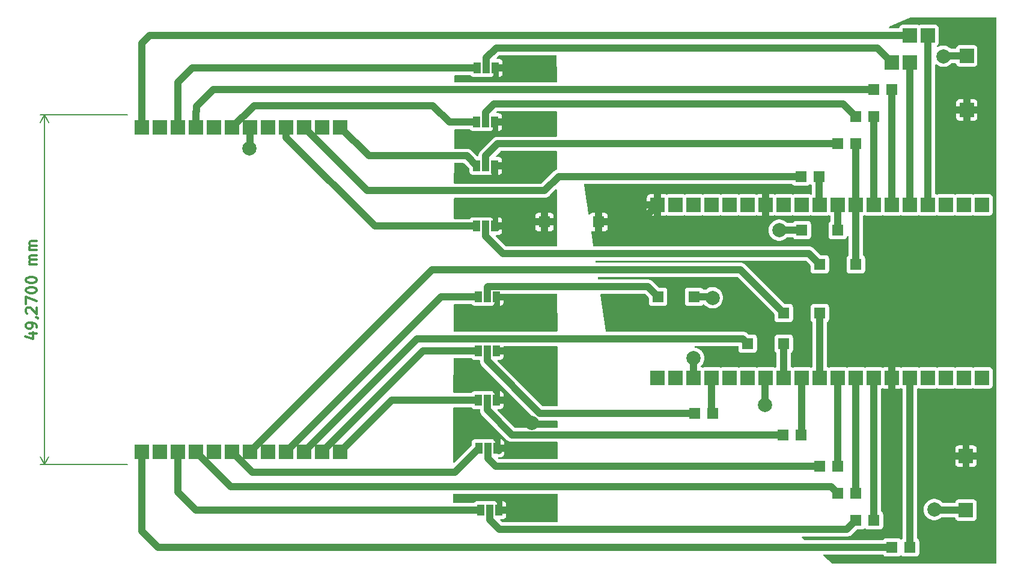
<source format=gbr>
%TF.GenerationSoftware,KiCad,Pcbnew,8.0.0*%
%TF.CreationDate,2024-03-02T15:21:29-05:00*%
%TF.ProjectId,Plano,506c616e-6f2e-46b6-9963-61645f706362,rev?*%
%TF.SameCoordinates,Original*%
%TF.FileFunction,Copper,L2,Bot*%
%TF.FilePolarity,Positive*%
%FSLAX46Y46*%
G04 Gerber Fmt 4.6, Leading zero omitted, Abs format (unit mm)*
G04 Created by KiCad (PCBNEW 8.0.0) date 2024-03-02 15:21:29*
%MOMM*%
%LPD*%
G01*
G04 APERTURE LIST*
%ADD10C,0.300000*%
%TA.AperFunction,NonConductor*%
%ADD11C,0.300000*%
%TD*%
%TA.AperFunction,NonConductor*%
%ADD12C,0.200000*%
%TD*%
%TA.AperFunction,ComponentPad*%
%ADD13R,2.000000X2.000000*%
%TD*%
%TA.AperFunction,ComponentPad*%
%ADD14R,1.050000X1.500000*%
%TD*%
%TA.AperFunction,ComponentPad*%
%ADD15R,1.600000X1.600000*%
%TD*%
%TA.AperFunction,ViaPad*%
%ADD16C,2.000000*%
%TD*%
%TA.AperFunction,Conductor*%
%ADD17C,1.000000*%
%TD*%
G04 APERTURE END LIST*
D10*
D11*
X82460328Y-107557284D02*
X83460328Y-107557284D01*
X81888900Y-107914426D02*
X82960328Y-108271569D01*
X82960328Y-108271569D02*
X82960328Y-107342998D01*
X83460328Y-106700141D02*
X83460328Y-106414427D01*
X83460328Y-106414427D02*
X83388900Y-106271570D01*
X83388900Y-106271570D02*
X83317471Y-106200141D01*
X83317471Y-106200141D02*
X83103185Y-106057284D01*
X83103185Y-106057284D02*
X82817471Y-105985855D01*
X82817471Y-105985855D02*
X82246042Y-105985855D01*
X82246042Y-105985855D02*
X82103185Y-106057284D01*
X82103185Y-106057284D02*
X82031757Y-106128713D01*
X82031757Y-106128713D02*
X81960328Y-106271570D01*
X81960328Y-106271570D02*
X81960328Y-106557284D01*
X81960328Y-106557284D02*
X82031757Y-106700141D01*
X82031757Y-106700141D02*
X82103185Y-106771570D01*
X82103185Y-106771570D02*
X82246042Y-106842998D01*
X82246042Y-106842998D02*
X82603185Y-106842998D01*
X82603185Y-106842998D02*
X82746042Y-106771570D01*
X82746042Y-106771570D02*
X82817471Y-106700141D01*
X82817471Y-106700141D02*
X82888900Y-106557284D01*
X82888900Y-106557284D02*
X82888900Y-106271570D01*
X82888900Y-106271570D02*
X82817471Y-106128713D01*
X82817471Y-106128713D02*
X82746042Y-106057284D01*
X82746042Y-106057284D02*
X82603185Y-105985855D01*
X83388900Y-105271570D02*
X83460328Y-105271570D01*
X83460328Y-105271570D02*
X83603185Y-105342999D01*
X83603185Y-105342999D02*
X83674614Y-105414427D01*
X82103185Y-104700141D02*
X82031757Y-104628713D01*
X82031757Y-104628713D02*
X81960328Y-104485856D01*
X81960328Y-104485856D02*
X81960328Y-104128713D01*
X81960328Y-104128713D02*
X82031757Y-103985856D01*
X82031757Y-103985856D02*
X82103185Y-103914427D01*
X82103185Y-103914427D02*
X82246042Y-103842998D01*
X82246042Y-103842998D02*
X82388900Y-103842998D01*
X82388900Y-103842998D02*
X82603185Y-103914427D01*
X82603185Y-103914427D02*
X83460328Y-104771570D01*
X83460328Y-104771570D02*
X83460328Y-103842998D01*
X81960328Y-103342999D02*
X81960328Y-102342999D01*
X81960328Y-102342999D02*
X83460328Y-102985856D01*
X81960328Y-101485856D02*
X81960328Y-101342999D01*
X81960328Y-101342999D02*
X82031757Y-101200142D01*
X82031757Y-101200142D02*
X82103185Y-101128714D01*
X82103185Y-101128714D02*
X82246042Y-101057285D01*
X82246042Y-101057285D02*
X82531757Y-100985856D01*
X82531757Y-100985856D02*
X82888900Y-100985856D01*
X82888900Y-100985856D02*
X83174614Y-101057285D01*
X83174614Y-101057285D02*
X83317471Y-101128714D01*
X83317471Y-101128714D02*
X83388900Y-101200142D01*
X83388900Y-101200142D02*
X83460328Y-101342999D01*
X83460328Y-101342999D02*
X83460328Y-101485856D01*
X83460328Y-101485856D02*
X83388900Y-101628714D01*
X83388900Y-101628714D02*
X83317471Y-101700142D01*
X83317471Y-101700142D02*
X83174614Y-101771571D01*
X83174614Y-101771571D02*
X82888900Y-101842999D01*
X82888900Y-101842999D02*
X82531757Y-101842999D01*
X82531757Y-101842999D02*
X82246042Y-101771571D01*
X82246042Y-101771571D02*
X82103185Y-101700142D01*
X82103185Y-101700142D02*
X82031757Y-101628714D01*
X82031757Y-101628714D02*
X81960328Y-101485856D01*
X81960328Y-100057285D02*
X81960328Y-99914428D01*
X81960328Y-99914428D02*
X82031757Y-99771571D01*
X82031757Y-99771571D02*
X82103185Y-99700143D01*
X82103185Y-99700143D02*
X82246042Y-99628714D01*
X82246042Y-99628714D02*
X82531757Y-99557285D01*
X82531757Y-99557285D02*
X82888900Y-99557285D01*
X82888900Y-99557285D02*
X83174614Y-99628714D01*
X83174614Y-99628714D02*
X83317471Y-99700143D01*
X83317471Y-99700143D02*
X83388900Y-99771571D01*
X83388900Y-99771571D02*
X83460328Y-99914428D01*
X83460328Y-99914428D02*
X83460328Y-100057285D01*
X83460328Y-100057285D02*
X83388900Y-100200143D01*
X83388900Y-100200143D02*
X83317471Y-100271571D01*
X83317471Y-100271571D02*
X83174614Y-100343000D01*
X83174614Y-100343000D02*
X82888900Y-100414428D01*
X82888900Y-100414428D02*
X82531757Y-100414428D01*
X82531757Y-100414428D02*
X82246042Y-100343000D01*
X82246042Y-100343000D02*
X82103185Y-100271571D01*
X82103185Y-100271571D02*
X82031757Y-100200143D01*
X82031757Y-100200143D02*
X81960328Y-100057285D01*
X83460328Y-97771572D02*
X82460328Y-97771572D01*
X82603185Y-97771572D02*
X82531757Y-97700143D01*
X82531757Y-97700143D02*
X82460328Y-97557286D01*
X82460328Y-97557286D02*
X82460328Y-97343000D01*
X82460328Y-97343000D02*
X82531757Y-97200143D01*
X82531757Y-97200143D02*
X82674614Y-97128715D01*
X82674614Y-97128715D02*
X83460328Y-97128715D01*
X82674614Y-97128715D02*
X82531757Y-97057286D01*
X82531757Y-97057286D02*
X82460328Y-96914429D01*
X82460328Y-96914429D02*
X82460328Y-96700143D01*
X82460328Y-96700143D02*
X82531757Y-96557286D01*
X82531757Y-96557286D02*
X82674614Y-96485857D01*
X82674614Y-96485857D02*
X83460328Y-96485857D01*
X83460328Y-95771572D02*
X82460328Y-95771572D01*
X82603185Y-95771572D02*
X82531757Y-95700143D01*
X82531757Y-95700143D02*
X82460328Y-95557286D01*
X82460328Y-95557286D02*
X82460328Y-95343000D01*
X82460328Y-95343000D02*
X82531757Y-95200143D01*
X82531757Y-95200143D02*
X82674614Y-95128715D01*
X82674614Y-95128715D02*
X83460328Y-95128715D01*
X82674614Y-95128715D02*
X82531757Y-95057286D01*
X82531757Y-95057286D02*
X82460328Y-94914429D01*
X82460328Y-94914429D02*
X82460328Y-94700143D01*
X82460328Y-94700143D02*
X82531757Y-94557286D01*
X82531757Y-94557286D02*
X82674614Y-94485857D01*
X82674614Y-94485857D02*
X83460328Y-94485857D01*
D12*
X96292000Y-125978000D02*
X83995580Y-125978000D01*
X96292000Y-76708000D02*
X83995580Y-76708000D01*
X84582000Y-125978000D02*
X84582000Y-76708000D01*
X84582000Y-125978000D02*
X84582000Y-76708000D01*
X84582000Y-125978000D02*
X83995579Y-124851496D01*
X84582000Y-125978000D02*
X85168421Y-124851496D01*
X84582000Y-76708000D02*
X85168421Y-77834504D01*
X84582000Y-76708000D02*
X83995579Y-77834504D01*
D13*
%TO.P,SW1,1,1*%
%TO.N,GND*%
X214500000Y-76020000D03*
%TO.P,SW1,2,2*%
%TO.N,GPIO18*%
X214500000Y-68400000D03*
%TD*%
D14*
%TO.P,Q2,1,E*%
%TO.N,GND_BJT*%
X148000000Y-77740000D03*
%TO.P,Q2,2,B*%
%TO.N,Net-(Q2-B)*%
X146730000Y-77740000D03*
%TO.P,Q2,3,C*%
%TO.N,Net-(J1-Pin_6)*%
X145460000Y-77740000D03*
%TD*%
D13*
%TO.P,J1,1,Pin_1*%
%TO.N,GPIO15*%
X98298000Y-78486000D03*
%TO.P,J1,2,Pin_2*%
%TO.N,unconnected-(J1-Pin_2-Pad2)*%
X100838000Y-78486000D03*
%TO.P,J1,3,Pin_3*%
%TO.N,Net-(J1-Pin_3)*%
X103378000Y-78486000D03*
%TO.P,J1,4,Pin_4*%
%TO.N,GPIO0*%
X105918000Y-78486000D03*
%TO.P,J1,5,Pin_5*%
%TO.N,unconnected-(J1-Pin_5-Pad5)*%
X108458000Y-78486000D03*
%TO.P,J1,6,Pin_6*%
%TO.N,Net-(J1-Pin_6)*%
X110998000Y-78486000D03*
%TO.P,J1,7,Pin_7*%
%TO.N,GPIO17*%
X113538000Y-78486000D03*
%TO.P,J1,8,Pin_8*%
%TO.N,unconnected-(J1-Pin_8-Pad8)*%
X116078000Y-78486000D03*
%TO.P,J1,9,Pin_9*%
%TO.N,Net-(J1-Pin_9)*%
X118618000Y-78486000D03*
%TO.P,J1,10,Pin_10*%
%TO.N,GPIO5*%
X121158000Y-78486000D03*
%TO.P,J1,11,Pin_11*%
%TO.N,unconnected-(J1-Pin_11-Pad11)*%
X123698000Y-78486000D03*
%TO.P,J1,12,Pin_12*%
%TO.N,Net-(J1-Pin_12)*%
X126238000Y-78486000D03*
%TD*%
%TO.P,J3,1,Pin_1*%
%TO.N,GND*%
X170942000Y-89408000D03*
%TO.P,J3,2,Pin_2*%
%TO.N,GPIO23*%
X173482000Y-89408000D03*
%TO.P,J3,3,Pin_3*%
%TO.N,GPIO22*%
X176022000Y-89408000D03*
%TO.P,J3,4,Pin_4*%
%TO.N,TX{slash}GPIO1*%
X178562000Y-89408000D03*
%TO.P,J3,5,Pin_5*%
%TO.N,RX{slash}GPIO3*%
X181102000Y-89408000D03*
%TO.P,J3,6,Pin_6*%
%TO.N,GPIO21*%
X183642000Y-89408000D03*
%TO.P,J3,7,Pin_7*%
%TO.N,GND*%
X186182000Y-89408000D03*
%TO.P,J3,8,Pin_8*%
%TO.N,GPIO19*%
X188722000Y-89408000D03*
%TO.P,J3,9,Pin_9*%
%TO.N,GPIO18*%
X191262000Y-89408000D03*
%TO.P,J3,10,Pin_10*%
%TO.N,Net-(J3-Pin_10)*%
X193802000Y-89408000D03*
%TO.P,J3,11,Pin_11*%
%TO.N,Net-(J3-Pin_11)*%
X196342000Y-89408000D03*
%TO.P,J3,12,Pin_12*%
%TO.N,GPIO16*%
X198882000Y-89408000D03*
%TO.P,J3,13,Pin_13*%
%TO.N,GPIO4*%
X201422000Y-89408000D03*
%TO.P,J3,14,Pin_14*%
%TO.N,Net-(J3-Pin_14)*%
X203962000Y-89408000D03*
%TO.P,J3,15,Pin_15*%
%TO.N,GPIO2*%
X206502000Y-89408000D03*
%TO.P,J3,16,Pin_16*%
%TO.N,Net-(J3-Pin_16)*%
X209042000Y-89408000D03*
%TO.P,J3,17,Pin_17*%
%TO.N,unconnected-(J3-Pin_17-Pad17)*%
X211582000Y-89408000D03*
%TO.P,J3,18,Pin_18*%
%TO.N,unconnected-(J3-Pin_18-Pad18)*%
X214122000Y-89408000D03*
%TO.P,J3,19,Pin_19*%
%TO.N,unconnected-(J3-Pin_19-Pad19)*%
X216662000Y-89408000D03*
%TD*%
D15*
%TO.P,R14,1*%
%TO.N,GPIO25*%
X191200000Y-121800000D03*
%TO.P,R14,2*%
%TO.N,Net-(Q5-B)*%
X188660000Y-121800000D03*
%TD*%
%TO.P,R12,1*%
%TO.N,Net-(J4-Pin_8)*%
X188722000Y-108966000D03*
%TO.P,R12,2*%
%TO.N,GPIO33*%
X183642000Y-108966000D03*
%TD*%
D14*
%TO.P,Q6,1,E*%
%TO.N,GND_BJT*%
X148236000Y-102368000D03*
%TO.P,Q6,2,B*%
%TO.N,Net-(Q6-B)*%
X146966000Y-102368000D03*
%TO.P,Q6,3,C*%
%TO.N,Net-(J2-Pin_9)*%
X145696000Y-102368000D03*
%TD*%
%TO.P,Q8,1,E*%
%TO.N,GND_BJT*%
X148600000Y-132400000D03*
%TO.P,Q8,2,B*%
%TO.N,Net-(Q8-B)*%
X147330000Y-132400000D03*
%TO.P,Q8,3,C*%
%TO.N,Net-(J2-Pin_3)*%
X146060000Y-132400000D03*
%TD*%
D15*
%TO.P,R3,1*%
%TO.N,GPIO17*%
X191262000Y-92964000D03*
%TO.P,R3,2*%
%TO.N,Net-(J3-Pin_11)*%
X196342000Y-92964000D03*
%TD*%
D14*
%TO.P,Q5,1,E*%
%TO.N,GND_BJT*%
X148206000Y-116908000D03*
%TO.P,Q5,2,B*%
%TO.N,Net-(Q5-B)*%
X146936000Y-116908000D03*
%TO.P,Q5,3,C*%
%TO.N,Net-(J2-Pin_12)*%
X145666000Y-116908000D03*
%TD*%
D13*
%TO.P,R1,1*%
%TO.N,GPIO15*%
X206502000Y-65532000D03*
%TO.P,R1,2*%
%TO.N,Net-(J3-Pin_16)*%
X209042000Y-65532000D03*
%TD*%
D14*
%TO.P,Q1,1,E*%
%TO.N,GND_BJT*%
X148100000Y-70100000D03*
%TO.P,Q1,2,B*%
%TO.N,Net-(Q1-B)*%
X146830000Y-70100000D03*
%TO.P,Q1,3,C*%
%TO.N,Net-(J1-Pin_3)*%
X145560000Y-70100000D03*
%TD*%
%TO.P,Q7,1,E*%
%TO.N,GND_BJT*%
X148306000Y-123708000D03*
%TO.P,Q7,2,B*%
%TO.N,Net-(Q7-B)*%
X147036000Y-123708000D03*
%TO.P,Q7,3,C*%
%TO.N,Net-(J2-Pin_6)*%
X145766000Y-123708000D03*
%TD*%
D15*
%TO.P,R6,1*%
%TO.N,GPIO4*%
X201422000Y-76962000D03*
%TO.P,R6,2*%
%TO.N,Net-(Q2-B)*%
X198882000Y-76962000D03*
%TD*%
D14*
%TO.P,Q4,1,E*%
%TO.N,GND_BJT*%
X148000000Y-83900000D03*
%TO.P,Q4,2,B*%
%TO.N,Net-(Q4-B)*%
X146730000Y-83900000D03*
%TO.P,Q4,3,C*%
%TO.N,Net-(J1-Pin_12)*%
X145460000Y-83900000D03*
%TD*%
D15*
%TO.P,R13,1*%
%TO.N,GPI36*%
X176100000Y-102362000D03*
%TO.P,R13,2*%
%TO.N,Net-(Q6-B)*%
X171020000Y-102362000D03*
%TD*%
%TO.P,R15,1*%
%TO.N,GPIO27*%
X196342000Y-126238000D03*
%TO.P,R15,2*%
%TO.N,Net-(Q7-B)*%
X193802000Y-126238000D03*
%TD*%
D13*
%TO.P,SW2,1,1*%
%TO.N,GPIO32*%
X214400000Y-132425000D03*
%TO.P,SW2,2,2*%
%TO.N,GND*%
X214400000Y-124805000D03*
%TD*%
D15*
%TO.P,R17,1*%
%TO.N,GPI39*%
X178700000Y-118800000D03*
%TO.P,R17,2*%
%TO.N,Net-(Q9-B)*%
X176160000Y-118800000D03*
%TD*%
%TO.P,SW3,1,A*%
%TO.N,GND_BJT*%
X155000000Y-91800000D03*
%TO.P,SW3,2,B*%
%TO.N,GND*%
X162620000Y-91800000D03*
%TD*%
%TO.P,R4,1*%
%TO.N,GPIO5*%
X191160000Y-85400000D03*
%TO.P,R4,2*%
%TO.N,Net-(J3-Pin_10)*%
X193700000Y-85400000D03*
%TD*%
%TO.P,R8,1*%
%TO.N,unconnected-(R8-Pad1)*%
X198900000Y-80800000D03*
%TO.P,R8,2*%
%TO.N,Net-(Q4-B)*%
X196360000Y-80800000D03*
%TD*%
%TO.P,R16,1*%
%TO.N,GPIO12*%
X201422000Y-133858000D03*
%TO.P,R16,2*%
%TO.N,Net-(Q8-B)*%
X198882000Y-133858000D03*
%TD*%
%TO.P,R7,1*%
%TO.N,GPIO16*%
X198882000Y-97790000D03*
%TO.P,R7,2*%
%TO.N,Net-(Q3-B)*%
X193802000Y-97790000D03*
%TD*%
%TO.P,R2,1*%
%TO.N,GPIO0*%
X201422000Y-73152000D03*
%TO.P,R2,2*%
%TO.N,Net-(J3-Pin_14)*%
X203962000Y-73152000D03*
%TD*%
D13*
%TO.P,J4,1,Pin_1*%
%TO.N,3.3V*%
X170942000Y-113792000D03*
%TO.P,J4,2,Pin_2*%
%TO.N,unconnected-(J4-Pin_2-Pad2)*%
X173482000Y-113792000D03*
%TO.P,J4,3,Pin_3*%
%TO.N,GPI36*%
X176022000Y-113792000D03*
%TO.P,J4,4,Pin_4*%
%TO.N,GPI39*%
X178562000Y-113792000D03*
%TO.P,J4,5,Pin_5*%
%TO.N,GPI34*%
X181102000Y-113792000D03*
%TO.P,J4,6,Pin_6*%
%TO.N,GPI35*%
X183642000Y-113792000D03*
%TO.P,J4,7,Pin_7*%
%TO.N,GPIO32*%
X186182000Y-113792000D03*
%TO.P,J4,8,Pin_8*%
%TO.N,Net-(J4-Pin_8)*%
X188722000Y-113792000D03*
%TO.P,J4,9,Pin_9*%
%TO.N,GPIO25*%
X191262000Y-113792000D03*
%TO.P,J4,10,Pin_10*%
%TO.N,Net-(J4-Pin_10)*%
X193802000Y-113792000D03*
%TO.P,J4,11,Pin_11*%
%TO.N,GPIO27*%
X196342000Y-113792000D03*
%TO.P,J4,12,Pin_12*%
%TO.N,Net-(J4-Pin_12)*%
X198882000Y-113792000D03*
%TO.P,J4,13,Pin_13*%
%TO.N,GPIO12*%
X201422000Y-113792000D03*
%TO.P,J4,14,Pin_14*%
%TO.N,GND*%
X203962000Y-113792000D03*
%TO.P,J4,15,Pin_15*%
%TO.N,Net-(J4-Pin_15)*%
X206502000Y-113792000D03*
%TO.P,J4,16,Pin_16*%
%TO.N,unconnected-(J4-Pin_16-Pad16)*%
X209042000Y-113792000D03*
%TO.P,J4,17,Pin_17*%
%TO.N,unconnected-(J4-Pin_17-Pad17)*%
X211582000Y-113792000D03*
%TO.P,J4,18,Pin_18*%
%TO.N,unconnected-(J4-Pin_18-Pad18)*%
X214122000Y-113792000D03*
%TO.P,J4,19,Pin_19*%
%TO.N,5V*%
X216662000Y-113792000D03*
%TD*%
D14*
%TO.P,Q3,1,E*%
%TO.N,GND_BJT*%
X148000000Y-92400000D03*
%TO.P,Q3,2,B*%
%TO.N,Net-(Q3-B)*%
X146730000Y-92400000D03*
%TO.P,Q3,3,C*%
%TO.N,Net-(J1-Pin_9)*%
X145460000Y-92400000D03*
%TD*%
%TO.P,Q9,1,E*%
%TO.N,GND_BJT*%
X148206000Y-109968000D03*
%TO.P,Q9,2,B*%
%TO.N,Net-(Q9-B)*%
X146936000Y-109968000D03*
%TO.P,Q9,3,C*%
%TO.N,Net-(J2-Pin_11)*%
X145666000Y-109968000D03*
%TD*%
D15*
%TO.P,R9,1*%
%TO.N,Net-(J4-Pin_15)*%
X206502000Y-137668000D03*
%TO.P,R9,2*%
%TO.N,GPIO13*%
X203962000Y-137668000D03*
%TD*%
D13*
%TO.P,J2,1,Pin_1*%
%TO.N,GPIO13*%
X98298000Y-124206000D03*
%TO.P,J2,2,Pin_2*%
%TO.N,unconnected-(J2-Pin_2-Pad2)*%
X100838000Y-124206000D03*
%TO.P,J2,3,Pin_3*%
%TO.N,Net-(J2-Pin_3)*%
X103378000Y-124206000D03*
%TO.P,J2,4,Pin_4*%
%TO.N,GPIO14*%
X105918000Y-124206000D03*
%TO.P,J2,5,Pin_5*%
%TO.N,unconnected-(J2-Pin_5-Pad5)*%
X108458000Y-124206000D03*
%TO.P,J2,6,Pin_6*%
%TO.N,Net-(J2-Pin_6)*%
X110998000Y-124206000D03*
%TO.P,J2,7,Pin_7*%
%TO.N,GPIO26*%
X113538000Y-124206000D03*
%TO.P,J2,8,Pin_8*%
%TO.N,unconnected-(J2-Pin_8-Pad8)*%
X116078000Y-124206000D03*
%TO.P,J2,9,Pin_9*%
%TO.N,Net-(J2-Pin_9)*%
X118618000Y-124206000D03*
%TO.P,J2,10,Pin_10*%
%TO.N,GPIO33*%
X121158000Y-124206000D03*
%TO.P,J2,11,Pin_11*%
%TO.N,Net-(J2-Pin_11)*%
X123698000Y-124206000D03*
%TO.P,J2,12,Pin_12*%
%TO.N,Net-(J2-Pin_12)*%
X126238000Y-124206000D03*
%TD*%
%TO.P,R5,1*%
%TO.N,GPIO2*%
X206502000Y-69342000D03*
%TO.P,R5,2*%
%TO.N,Net-(Q1-B)*%
X203962000Y-69342000D03*
%TD*%
D15*
%TO.P,R10,1*%
%TO.N,Net-(J4-Pin_12)*%
X198882000Y-130048000D03*
%TO.P,R10,2*%
%TO.N,GPIO14*%
X196342000Y-130048000D03*
%TD*%
%TO.P,R11,1*%
%TO.N,Net-(J4-Pin_10)*%
X193802000Y-104648000D03*
%TO.P,R11,2*%
%TO.N,GPIO26*%
X188722000Y-104648000D03*
%TD*%
D16*
%TO.N,GPIO18*%
X211201000Y-68453000D03*
%TO.N,GPIO17*%
X188087000Y-92964000D03*
X113411000Y-81407000D03*
%TO.N,GPI36*%
X178689000Y-102489000D03*
X176022000Y-110998000D03*
%TO.N,GPIO32*%
X186055000Y-117602000D03*
X209931000Y-132334000D03*
%TO.N,GND_BJT*%
X151231600Y-111810800D03*
X151079200Y-118668800D03*
X154330400Y-84277200D03*
X154533600Y-114401600D03*
X151942800Y-103835200D03*
X154838400Y-70002400D03*
X155397200Y-123952000D03*
X150672800Y-93776800D03*
X150622000Y-84378800D03*
X152806400Y-132384800D03*
X153268576Y-120100860D03*
X152095200Y-89865200D03*
X154838400Y-105511600D03*
X150977600Y-123952000D03*
X150926800Y-78079600D03*
X154736800Y-78079600D03*
%TD*%
D17*
%TO.N,GPIO15*%
X206502000Y-65532000D02*
X99368000Y-65532000D01*
X98298000Y-66602000D02*
X98298000Y-78486000D01*
X99368000Y-65532000D02*
X98298000Y-66602000D01*
%TO.N,Net-(J1-Pin_3)*%
X103378000Y-72122000D02*
X103378000Y-78486000D01*
X145560000Y-70100000D02*
X105400000Y-70100000D01*
X105400000Y-70100000D02*
X103378000Y-72122000D01*
%TO.N,GPIO0*%
X105918000Y-76282000D02*
X105918000Y-78486000D01*
X108348000Y-73152000D02*
X106000000Y-75500000D01*
X106000000Y-75500000D02*
X106000000Y-76200000D01*
X201422000Y-73152000D02*
X108348000Y-73152000D01*
X106000000Y-76200000D02*
X105918000Y-76282000D01*
%TO.N,Net-(J1-Pin_6)*%
X139300000Y-75400000D02*
X114084000Y-75400000D01*
X145460000Y-77740000D02*
X141640000Y-77740000D01*
X141640000Y-77740000D02*
X139300000Y-75400000D01*
X114084000Y-75400000D02*
X110998000Y-78486000D01*
%TO.N,GPIO16*%
X198882000Y-89408000D02*
X198882000Y-97790000D01*
X198900000Y-80800000D02*
X198900000Y-89390000D01*
%TO.N,Net-(J1-Pin_9)*%
X118618000Y-79918000D02*
X118618000Y-78486000D01*
X131100000Y-92400000D02*
X118618000Y-79918000D01*
X145460000Y-92400000D02*
X131100000Y-92400000D01*
%TO.N,GPIO5*%
X155000000Y-87400000D02*
X130072000Y-87400000D01*
X191160000Y-85400000D02*
X157000000Y-85400000D01*
X130072000Y-87400000D02*
X121158000Y-78486000D01*
X157000000Y-85400000D02*
X155000000Y-87400000D01*
%TO.N,Net-(J1-Pin_12)*%
X130252000Y-82500000D02*
X126238000Y-78486000D01*
X144060000Y-82500000D02*
X130252000Y-82500000D01*
X145460000Y-83900000D02*
X144060000Y-82500000D01*
%TO.N,GPIO13*%
X100568000Y-137668000D02*
X98300000Y-135400000D01*
X98298000Y-127398000D02*
X98298000Y-124206000D01*
X98300000Y-127400000D02*
X98298000Y-127398000D01*
X98300000Y-135400000D02*
X98300000Y-127400000D01*
X203962000Y-137668000D02*
X100568000Y-137668000D01*
%TO.N,Net-(J2-Pin_3)*%
X103378000Y-129278000D02*
X103378000Y-124206000D01*
X103400000Y-129300000D02*
X103378000Y-129278000D01*
X103400000Y-129900000D02*
X103400000Y-129300000D01*
X105900000Y-132400000D02*
X103400000Y-129900000D01*
X146060000Y-132400000D02*
X105900000Y-132400000D01*
%TO.N,GPIO14*%
X195394000Y-129100000D02*
X196342000Y-130048000D01*
X105918000Y-124206000D02*
X110812000Y-129100000D01*
X110812000Y-129100000D02*
X195394000Y-129100000D01*
%TO.N,Net-(J2-Pin_6)*%
X142374000Y-127100000D02*
X145766000Y-123708000D01*
X113892000Y-127100000D02*
X142374000Y-127100000D01*
X110998000Y-124206000D02*
X113892000Y-127100000D01*
%TO.N,GPIO26*%
X139192000Y-98552000D02*
X113538000Y-124206000D01*
X188722000Y-104648000D02*
X182626000Y-98552000D01*
X182626000Y-98552000D02*
X139192000Y-98552000D01*
%TO.N,Net-(J2-Pin_9)*%
X140456000Y-102368000D02*
X118618000Y-124206000D01*
X145696000Y-102368000D02*
X140456000Y-102368000D01*
%TO.N,GPIO33*%
X137098000Y-108266000D02*
X121158000Y-124206000D01*
X182942000Y-108266000D02*
X137098000Y-108266000D01*
X183642000Y-108966000D02*
X182942000Y-108266000D01*
%TO.N,Net-(J2-Pin_11)*%
X123698000Y-124206000D02*
X137936000Y-109968000D01*
X137936000Y-109968000D02*
X145666000Y-109968000D01*
%TO.N,Net-(J2-Pin_12)*%
X145666000Y-116908000D02*
X133536000Y-116908000D01*
X133536000Y-116908000D02*
X126238000Y-124206000D01*
%TO.N,GND*%
X162620000Y-91800000D02*
X168550000Y-91800000D01*
X168550000Y-91800000D02*
X170942000Y-89408000D01*
%TO.N,GPIO18*%
X214500000Y-68400000D02*
X211254000Y-68400000D01*
X211254000Y-68400000D02*
X211201000Y-68453000D01*
%TO.N,Net-(J3-Pin_10)*%
X193700000Y-85400000D02*
X193700000Y-89306000D01*
%TO.N,GPIO17*%
X113538000Y-81280000D02*
X113411000Y-81407000D01*
X191262000Y-92964000D02*
X188087000Y-92964000D01*
X113538000Y-78486000D02*
X113538000Y-81280000D01*
%TO.N,GPIO4*%
X201422000Y-76962000D02*
X201422000Y-89408000D01*
%TO.N,Net-(J3-Pin_14)*%
X203962000Y-73152000D02*
X203962000Y-89408000D01*
%TO.N,GPIO2*%
X206502000Y-69342000D02*
X206502000Y-89408000D01*
%TO.N,Net-(J3-Pin_16)*%
X209042000Y-65532000D02*
X209042000Y-89408000D01*
%TO.N,GPI36*%
X178562000Y-102362000D02*
X178689000Y-102489000D01*
X176100000Y-113714000D02*
X176022000Y-113792000D01*
X176022000Y-110998000D02*
X176022000Y-113792000D01*
X176100000Y-102362000D02*
X178562000Y-102362000D01*
%TO.N,GPI39*%
X178562000Y-113792000D02*
X178562000Y-118662000D01*
%TO.N,GPIO32*%
X186055000Y-113919000D02*
X186182000Y-113792000D01*
X186055000Y-117602000D02*
X186055000Y-113919000D01*
X210022000Y-132425000D02*
X209931000Y-132334000D01*
X214400000Y-132425000D02*
X210022000Y-132425000D01*
%TO.N,Net-(J4-Pin_8)*%
X188722000Y-108966000D02*
X188722000Y-113792000D01*
%TO.N,GPIO25*%
X191262000Y-113792000D02*
X191262000Y-121738000D01*
%TO.N,Net-(J4-Pin_10)*%
X193802000Y-104648000D02*
X193802000Y-113792000D01*
%TO.N,GPIO27*%
X196342000Y-126238000D02*
X196342000Y-113792000D01*
%TO.N,Net-(J4-Pin_12)*%
X198882000Y-130048000D02*
X198882000Y-113792000D01*
%TO.N,GPIO12*%
X201422000Y-113792000D02*
X201422000Y-133858000D01*
%TO.N,Net-(J4-Pin_15)*%
X206502000Y-137668000D02*
X206502000Y-113792000D01*
%TO.N,Net-(Q1-B)*%
X146830000Y-68695000D02*
X148215000Y-67310000D01*
X201930000Y-67310000D02*
X203962000Y-69342000D01*
X148215000Y-67310000D02*
X201930000Y-67310000D01*
X146830000Y-70100000D02*
X146830000Y-68695000D01*
%TO.N,Net-(Q2-B)*%
X147916000Y-75184000D02*
X146730000Y-76370000D01*
X198882000Y-76962000D02*
X197104000Y-75184000D01*
X197104000Y-75184000D02*
X147916000Y-75184000D01*
X146730000Y-76370000D02*
X146730000Y-77740000D01*
%TO.N,Net-(Q3-B)*%
X193802000Y-97790000D02*
X192278000Y-96266000D01*
X149191000Y-96266000D02*
X146730000Y-93805000D01*
X146730000Y-93805000D02*
X146730000Y-92400000D01*
X192278000Y-96266000D02*
X149191000Y-96266000D01*
%TO.N,Net-(Q4-B)*%
X148425000Y-80800000D02*
X146730000Y-82495000D01*
X196360000Y-80800000D02*
X148425000Y-80800000D01*
X146730000Y-82495000D02*
X146730000Y-83900000D01*
%TO.N,Net-(Q5-B)*%
X146936000Y-118313000D02*
X146936000Y-116908000D01*
X150423000Y-121800000D02*
X146936000Y-118313000D01*
X188660000Y-121800000D02*
X150423000Y-121800000D01*
%TO.N,Net-(Q6-B)*%
X146966000Y-100963000D02*
X146966000Y-102368000D01*
X169576000Y-100918000D02*
X147011000Y-100918000D01*
X147011000Y-100918000D02*
X146966000Y-100963000D01*
X171020000Y-102362000D02*
X169576000Y-100918000D01*
%TO.N,Net-(Q7-B)*%
X147036000Y-123708000D02*
X147036000Y-125113000D01*
X148161000Y-126238000D02*
X193802000Y-126238000D01*
X147036000Y-125113000D02*
X148161000Y-126238000D01*
%TO.N,Net-(Q8-B)*%
X147330000Y-133805000D02*
X148653000Y-135128000D01*
X147330000Y-132400000D02*
X147330000Y-133805000D01*
X148653000Y-135128000D02*
X197612000Y-135128000D01*
X197612000Y-135128000D02*
X198882000Y-133858000D01*
%TO.N,Net-(Q9-B)*%
X176160000Y-118800000D02*
X154363000Y-118800000D01*
X146936000Y-111373000D02*
X146936000Y-109968000D01*
X154363000Y-118800000D02*
X146936000Y-111373000D01*
%TO.N,Net-(J3-Pin_11)*%
X196342000Y-89408000D02*
X196342000Y-92964000D01*
%TO.N,GND_BJT*%
X148336000Y-110098000D02*
X148206000Y-109968000D01*
X148236000Y-109938000D02*
X148206000Y-109968000D01*
X155000000Y-91800000D02*
X154792000Y-91800000D01*
X148206000Y-116908000D02*
X148306000Y-117008000D01*
X150977600Y-123952000D02*
X155397200Y-123952000D01*
X152095200Y-89865200D02*
X152095200Y-92354400D01*
X148700000Y-132300000D02*
X148600000Y-132400000D01*
X151079200Y-118668800D02*
X151836516Y-118668800D01*
X152095200Y-92354400D02*
X150672800Y-93776800D01*
X150926800Y-78079600D02*
X154736800Y-78079600D01*
X150622000Y-84378800D02*
X154228800Y-84378800D01*
X148100000Y-77640000D02*
X148000000Y-77740000D01*
X151231600Y-111810800D02*
X151942800Y-111810800D01*
X148306000Y-102438000D02*
X148236000Y-102368000D01*
X151942800Y-111810800D02*
X154533600Y-114401600D01*
X151836516Y-118668800D02*
X153268576Y-120100860D01*
X148306000Y-123708000D02*
X148600000Y-124002000D01*
X148080000Y-83820000D02*
X148000000Y-83900000D01*
X148000000Y-84800000D02*
X148000000Y-83900000D01*
X154584400Y-69748400D02*
X154838400Y-70002400D01*
X148000000Y-92400000D02*
X148236000Y-92636000D01*
X151942800Y-103835200D02*
X153162000Y-103835200D01*
X154228800Y-84378800D02*
X154330400Y-84277200D01*
X153162000Y-103835200D02*
X154838400Y-105511600D01*
%TD*%
%TA.AperFunction,Conductor*%
%TO.N,GND_BJT*%
G36*
X156831455Y-130120185D02*
G01*
X156877210Y-130172989D01*
X156888416Y-130224200D01*
X156897566Y-134003200D01*
X156878043Y-134070287D01*
X156825350Y-134116169D01*
X156773566Y-134127500D01*
X149118783Y-134127500D01*
X149051744Y-134107815D01*
X149031102Y-134091181D01*
X148801602Y-133861681D01*
X148768117Y-133800358D01*
X148773101Y-133730666D01*
X148814973Y-133674733D01*
X148880437Y-133650316D01*
X148889283Y-133650000D01*
X149172828Y-133650000D01*
X149172844Y-133649999D01*
X149232372Y-133643598D01*
X149232379Y-133643596D01*
X149367086Y-133593354D01*
X149367093Y-133593350D01*
X149482187Y-133507190D01*
X149482190Y-133507187D01*
X149568350Y-133392093D01*
X149568354Y-133392086D01*
X149618596Y-133257379D01*
X149618598Y-133257372D01*
X149624999Y-133197844D01*
X149625000Y-133197827D01*
X149625000Y-132900000D01*
X148479500Y-132900000D01*
X148412461Y-132880315D01*
X148366706Y-132827511D01*
X148355500Y-132776000D01*
X148355499Y-132685829D01*
X148369745Y-132700075D01*
X148455255Y-132749444D01*
X148550630Y-132775000D01*
X148649370Y-132775000D01*
X148744745Y-132749444D01*
X148830255Y-132700075D01*
X148900075Y-132630255D01*
X148949444Y-132544745D01*
X148975000Y-132449370D01*
X148975000Y-132350630D01*
X148949444Y-132255255D01*
X148900075Y-132169745D01*
X148830255Y-132099925D01*
X148744745Y-132050556D01*
X148649370Y-132025000D01*
X148550630Y-132025000D01*
X148455255Y-132050556D01*
X148369745Y-132099925D01*
X148355499Y-132114170D01*
X148355499Y-131602129D01*
X148355498Y-131602123D01*
X148349091Y-131542516D01*
X148298797Y-131407671D01*
X148298793Y-131407664D01*
X148212547Y-131292455D01*
X148149688Y-131245398D01*
X148107818Y-131189464D01*
X148100851Y-131150851D01*
X148100000Y-131150000D01*
X149100000Y-131150000D01*
X149100000Y-131900000D01*
X149625000Y-131900000D01*
X149625000Y-131602172D01*
X149624999Y-131602155D01*
X149618598Y-131542627D01*
X149618596Y-131542620D01*
X149568354Y-131407913D01*
X149568350Y-131407906D01*
X149482190Y-131292812D01*
X149482187Y-131292809D01*
X149367093Y-131206649D01*
X149367086Y-131206645D01*
X149232379Y-131156403D01*
X149232372Y-131156401D01*
X149172844Y-131150000D01*
X149100000Y-131150000D01*
X148100000Y-131150000D01*
X148027169Y-131150000D01*
X147980597Y-131155007D01*
X147954094Y-131155007D01*
X147902873Y-131149500D01*
X147902864Y-131149500D01*
X146757129Y-131149500D01*
X146757118Y-131149501D01*
X146708248Y-131154754D01*
X146681744Y-131154754D01*
X146663303Y-131152771D01*
X146632873Y-131149500D01*
X146632867Y-131149500D01*
X145487129Y-131149500D01*
X145487123Y-131149501D01*
X145427516Y-131155908D01*
X145292671Y-131206202D01*
X145292664Y-131206206D01*
X145177457Y-131292451D01*
X145177451Y-131292457D01*
X145134515Y-131349812D01*
X145078581Y-131391682D01*
X145035249Y-131399500D01*
X142250169Y-131399500D01*
X142183130Y-131379815D01*
X142137375Y-131327011D01*
X142126170Y-131275117D01*
X142126382Y-131206649D01*
X142129416Y-130224117D01*
X142149307Y-130157139D01*
X142202252Y-130111547D01*
X142253415Y-130100500D01*
X156764416Y-130100500D01*
X156831455Y-130120185D01*
G37*
%TD.AperFunction*%
%TA.AperFunction,Conductor*%
G36*
X144708288Y-117928185D02*
G01*
X144740515Y-117958188D01*
X144745719Y-117965139D01*
X144783454Y-118015546D01*
X144783457Y-118015548D01*
X144898664Y-118101793D01*
X144898671Y-118101797D01*
X145033517Y-118152091D01*
X145033516Y-118152091D01*
X145040444Y-118152835D01*
X145093127Y-118158500D01*
X145811500Y-118158499D01*
X145878539Y-118178183D01*
X145924294Y-118230987D01*
X145935500Y-118282499D01*
X145935500Y-118411541D01*
X145935500Y-118411543D01*
X145935499Y-118411543D01*
X145973947Y-118604829D01*
X145973950Y-118604839D01*
X146049364Y-118786907D01*
X146049371Y-118786920D01*
X146158859Y-118950780D01*
X146158860Y-118950781D01*
X146158861Y-118950782D01*
X146298218Y-119090139D01*
X146298219Y-119090139D01*
X146305286Y-119097206D01*
X146305285Y-119097206D01*
X146305289Y-119097209D01*
X149785215Y-122577137D01*
X149785219Y-122577140D01*
X149949079Y-122686628D01*
X149949085Y-122686631D01*
X149949086Y-122686632D01*
X150131165Y-122762052D01*
X150292389Y-122794121D01*
X150324457Y-122800499D01*
X150324458Y-122800500D01*
X156746741Y-122800500D01*
X156813780Y-122820185D01*
X156859535Y-122872989D01*
X156870740Y-122924197D01*
X156875957Y-125078471D01*
X156876041Y-125113200D01*
X156856518Y-125180287D01*
X156803825Y-125226169D01*
X156752041Y-125237500D01*
X148626783Y-125237500D01*
X148559744Y-125217815D01*
X148539102Y-125201181D01*
X148507602Y-125169681D01*
X148474117Y-125108358D01*
X148479101Y-125038666D01*
X148520973Y-124982733D01*
X148586437Y-124958316D01*
X148595283Y-124958000D01*
X148878828Y-124958000D01*
X148878844Y-124957999D01*
X148938372Y-124951598D01*
X148938379Y-124951596D01*
X149073086Y-124901354D01*
X149073093Y-124901350D01*
X149188187Y-124815190D01*
X149188190Y-124815187D01*
X149274350Y-124700093D01*
X149274354Y-124700086D01*
X149324596Y-124565379D01*
X149324598Y-124565372D01*
X149330999Y-124505844D01*
X149331000Y-124505827D01*
X149331000Y-124208000D01*
X148185500Y-124208000D01*
X148118461Y-124188315D01*
X148072706Y-124135511D01*
X148061500Y-124084000D01*
X148061499Y-123993829D01*
X148075745Y-124008075D01*
X148161255Y-124057444D01*
X148256630Y-124083000D01*
X148355370Y-124083000D01*
X148450745Y-124057444D01*
X148536255Y-124008075D01*
X148606075Y-123938255D01*
X148655444Y-123852745D01*
X148681000Y-123757370D01*
X148681000Y-123658630D01*
X148655444Y-123563255D01*
X148606075Y-123477745D01*
X148536255Y-123407925D01*
X148450745Y-123358556D01*
X148355370Y-123333000D01*
X148256630Y-123333000D01*
X148161255Y-123358556D01*
X148075745Y-123407925D01*
X148061499Y-123422170D01*
X148061499Y-122910129D01*
X148061498Y-122910123D01*
X148061497Y-122910116D01*
X148055091Y-122850517D01*
X148034056Y-122794120D01*
X148004797Y-122715671D01*
X148004793Y-122715664D01*
X147918547Y-122600455D01*
X147855688Y-122553398D01*
X147813818Y-122497464D01*
X147806851Y-122458851D01*
X147806000Y-122458000D01*
X148806000Y-122458000D01*
X148806000Y-123208000D01*
X149331000Y-123208000D01*
X149331000Y-122910172D01*
X149330999Y-122910155D01*
X149324598Y-122850627D01*
X149324596Y-122850620D01*
X149274354Y-122715913D01*
X149274350Y-122715906D01*
X149188190Y-122600812D01*
X149188187Y-122600809D01*
X149073093Y-122514649D01*
X149073086Y-122514645D01*
X148938379Y-122464403D01*
X148938372Y-122464401D01*
X148878844Y-122458000D01*
X148806000Y-122458000D01*
X147806000Y-122458000D01*
X147733169Y-122458000D01*
X147686597Y-122463007D01*
X147660094Y-122463007D01*
X147608873Y-122457500D01*
X147608864Y-122457500D01*
X146463129Y-122457500D01*
X146463118Y-122457501D01*
X146414248Y-122462754D01*
X146387744Y-122462754D01*
X146369303Y-122460771D01*
X146338873Y-122457500D01*
X146338867Y-122457500D01*
X145193129Y-122457500D01*
X145193123Y-122457501D01*
X145133516Y-122463908D01*
X144998671Y-122514202D01*
X144998664Y-122514206D01*
X144883455Y-122600452D01*
X144883452Y-122600455D01*
X144797206Y-122715664D01*
X144797202Y-122715671D01*
X144746908Y-122850517D01*
X144740501Y-122910116D01*
X144740501Y-122910123D01*
X144740500Y-122910135D01*
X144740500Y-123267216D01*
X144720815Y-123334255D01*
X144704181Y-123354897D01*
X142355327Y-125703751D01*
X142294004Y-125737236D01*
X142224312Y-125732252D01*
X142168379Y-125690380D01*
X142143962Y-125624916D01*
X142143648Y-125615720D01*
X142167068Y-118032114D01*
X142186959Y-117965139D01*
X142239904Y-117919547D01*
X142291067Y-117908500D01*
X144641249Y-117908500D01*
X144708288Y-117928185D01*
G37*
%TD.AperFunction*%
%TA.AperFunction,Conductor*%
G36*
X144708288Y-110988185D02*
G01*
X144740515Y-111018188D01*
X144745719Y-111025139D01*
X144783454Y-111075546D01*
X144783457Y-111075548D01*
X144898664Y-111161793D01*
X144898671Y-111161797D01*
X145033517Y-111212091D01*
X145033516Y-111212091D01*
X145040444Y-111212835D01*
X145093127Y-111218500D01*
X145811500Y-111218499D01*
X145878539Y-111238183D01*
X145924294Y-111290987D01*
X145935500Y-111342499D01*
X145935500Y-111471541D01*
X145935500Y-111471543D01*
X145935499Y-111471543D01*
X145973947Y-111664829D01*
X145973950Y-111664839D01*
X146049364Y-111846907D01*
X146049371Y-111846920D01*
X146158860Y-112010781D01*
X146158863Y-112010785D01*
X146302537Y-112154459D01*
X146302559Y-112154479D01*
X153582735Y-119434655D01*
X153582764Y-119434686D01*
X153725214Y-119577136D01*
X153725218Y-119577139D01*
X153889079Y-119686628D01*
X153889092Y-119686635D01*
X154017833Y-119739961D01*
X154060744Y-119757735D01*
X154071164Y-119762051D01*
X154167812Y-119781275D01*
X154216135Y-119790887D01*
X154264458Y-119800500D01*
X156739477Y-119800500D01*
X156806516Y-119820185D01*
X156852271Y-119872989D01*
X156863477Y-119924200D01*
X156865295Y-120675200D01*
X156845772Y-120742287D01*
X156793079Y-120788169D01*
X156741295Y-120799500D01*
X150888783Y-120799500D01*
X150821744Y-120779815D01*
X150801102Y-120763181D01*
X148407602Y-118369681D01*
X148374117Y-118308358D01*
X148379101Y-118238666D01*
X148420973Y-118182733D01*
X148486437Y-118158316D01*
X148495283Y-118158000D01*
X148778828Y-118158000D01*
X148778844Y-118157999D01*
X148838372Y-118151598D01*
X148838379Y-118151596D01*
X148973086Y-118101354D01*
X148973093Y-118101350D01*
X149088187Y-118015190D01*
X149088190Y-118015187D01*
X149174350Y-117900093D01*
X149174354Y-117900086D01*
X149224596Y-117765379D01*
X149224598Y-117765372D01*
X149230999Y-117705844D01*
X149231000Y-117705827D01*
X149231000Y-117408000D01*
X148085500Y-117408000D01*
X148018461Y-117388315D01*
X147972706Y-117335511D01*
X147961500Y-117284000D01*
X147961499Y-117193829D01*
X147975745Y-117208075D01*
X148061255Y-117257444D01*
X148156630Y-117283000D01*
X148255370Y-117283000D01*
X148350745Y-117257444D01*
X148436255Y-117208075D01*
X148506075Y-117138255D01*
X148555444Y-117052745D01*
X148581000Y-116957370D01*
X148581000Y-116858630D01*
X148555444Y-116763255D01*
X148506075Y-116677745D01*
X148436255Y-116607925D01*
X148350745Y-116558556D01*
X148255370Y-116533000D01*
X148156630Y-116533000D01*
X148061255Y-116558556D01*
X147975745Y-116607925D01*
X147961499Y-116622170D01*
X147961499Y-116110129D01*
X147961498Y-116110123D01*
X147955091Y-116050516D01*
X147904797Y-115915671D01*
X147904793Y-115915664D01*
X147818547Y-115800455D01*
X147755688Y-115753398D01*
X147713818Y-115697464D01*
X147706851Y-115658851D01*
X147706000Y-115658000D01*
X148706000Y-115658000D01*
X148706000Y-116408000D01*
X149231000Y-116408000D01*
X149231000Y-116110172D01*
X149230999Y-116110155D01*
X149224598Y-116050627D01*
X149224596Y-116050620D01*
X149174354Y-115915913D01*
X149174350Y-115915906D01*
X149088190Y-115800812D01*
X149088187Y-115800809D01*
X148973093Y-115714649D01*
X148973086Y-115714645D01*
X148838379Y-115664403D01*
X148838372Y-115664401D01*
X148778844Y-115658000D01*
X148706000Y-115658000D01*
X147706000Y-115658000D01*
X147633169Y-115658000D01*
X147586597Y-115663007D01*
X147560094Y-115663007D01*
X147508873Y-115657500D01*
X147508864Y-115657500D01*
X146363129Y-115657500D01*
X146363118Y-115657501D01*
X146314248Y-115662754D01*
X146287744Y-115662754D01*
X146269303Y-115660771D01*
X146238873Y-115657500D01*
X146238867Y-115657500D01*
X145093129Y-115657500D01*
X145093123Y-115657501D01*
X145033516Y-115663908D01*
X144898671Y-115714202D01*
X144898664Y-115714206D01*
X144783457Y-115800451D01*
X144783451Y-115800457D01*
X144740515Y-115857812D01*
X144684581Y-115899682D01*
X144641249Y-115907500D01*
X142298013Y-115907500D01*
X142230974Y-115887815D01*
X142185219Y-115835011D01*
X142174014Y-115783117D01*
X142174106Y-115753398D01*
X142188501Y-111092114D01*
X142208392Y-111025139D01*
X142261337Y-110979547D01*
X142312500Y-110968500D01*
X144641249Y-110968500D01*
X144708288Y-110988185D01*
G37*
%TD.AperFunction*%
%TA.AperFunction,Conductor*%
G36*
X156781010Y-109286185D02*
G01*
X156826765Y-109338989D01*
X156837970Y-109390197D01*
X156854242Y-116110123D01*
X156858031Y-117675200D01*
X156838508Y-117742287D01*
X156785815Y-117788169D01*
X156734031Y-117799500D01*
X154828782Y-117799500D01*
X154761743Y-117779815D01*
X154741101Y-117763181D01*
X148407601Y-111429681D01*
X148374116Y-111368358D01*
X148379100Y-111298666D01*
X148420972Y-111242733D01*
X148486436Y-111218316D01*
X148495282Y-111218000D01*
X148778828Y-111218000D01*
X148778844Y-111217999D01*
X148838372Y-111211598D01*
X148838379Y-111211596D01*
X148973086Y-111161354D01*
X148973093Y-111161350D01*
X149088187Y-111075190D01*
X149088190Y-111075187D01*
X149174350Y-110960093D01*
X149174354Y-110960086D01*
X149224596Y-110825379D01*
X149224598Y-110825372D01*
X149230999Y-110765844D01*
X149231000Y-110765827D01*
X149231000Y-110468000D01*
X148085500Y-110468000D01*
X148018461Y-110448315D01*
X147972706Y-110395511D01*
X147961500Y-110344000D01*
X147961499Y-110253829D01*
X147975745Y-110268075D01*
X148061255Y-110317444D01*
X148156630Y-110343000D01*
X148255370Y-110343000D01*
X148350745Y-110317444D01*
X148436255Y-110268075D01*
X148506075Y-110198255D01*
X148555444Y-110112745D01*
X148581000Y-110017370D01*
X148581000Y-109918630D01*
X148555444Y-109823255D01*
X148506075Y-109737745D01*
X148436255Y-109667925D01*
X148350745Y-109618556D01*
X148255370Y-109593000D01*
X148156630Y-109593000D01*
X148061255Y-109618556D01*
X147975745Y-109667925D01*
X147961499Y-109682170D01*
X147961499Y-109592000D01*
X147981183Y-109524961D01*
X148033987Y-109479206D01*
X148085499Y-109468000D01*
X149231000Y-109468000D01*
X149231000Y-109390500D01*
X149250685Y-109323461D01*
X149303489Y-109277706D01*
X149355000Y-109266500D01*
X156713971Y-109266500D01*
X156781010Y-109286185D01*
G37*
%TD.AperFunction*%
%TA.AperFunction,Conductor*%
G36*
X156763218Y-101938185D02*
G01*
X156808973Y-101990989D01*
X156820178Y-102042198D01*
X156832525Y-107141117D01*
X156832525Y-107141200D01*
X156813002Y-107208287D01*
X156760309Y-107254169D01*
X156708525Y-107265500D01*
X142324702Y-107265500D01*
X142257663Y-107245815D01*
X142211908Y-107193011D01*
X142200703Y-107141119D01*
X142211973Y-103492117D01*
X142231864Y-103425139D01*
X142284809Y-103379547D01*
X142335972Y-103368500D01*
X144671249Y-103368500D01*
X144738288Y-103388185D01*
X144770515Y-103418188D01*
X144775719Y-103425139D01*
X144813454Y-103475546D01*
X144813457Y-103475548D01*
X144928664Y-103561793D01*
X144928671Y-103561797D01*
X145063517Y-103612091D01*
X145063516Y-103612091D01*
X145070444Y-103612835D01*
X145123127Y-103618500D01*
X146268872Y-103618499D01*
X146268875Y-103618498D01*
X146268885Y-103618498D01*
X146286075Y-103616649D01*
X146317748Y-103613245D01*
X146344250Y-103613245D01*
X146393127Y-103618500D01*
X147538872Y-103618499D01*
X147590092Y-103612993D01*
X147616605Y-103612993D01*
X147663160Y-103617999D01*
X147663172Y-103618000D01*
X147736000Y-103618000D01*
X147737607Y-103616392D01*
X147755685Y-103554827D01*
X147785686Y-103522602D01*
X147848546Y-103475546D01*
X147934796Y-103360331D01*
X147985091Y-103225483D01*
X147991500Y-103165873D01*
X147991499Y-102868000D01*
X148736000Y-102868000D01*
X148736000Y-103618000D01*
X148808828Y-103618000D01*
X148808844Y-103617999D01*
X148868372Y-103611598D01*
X148868379Y-103611596D01*
X149003086Y-103561354D01*
X149003093Y-103561350D01*
X149118187Y-103475190D01*
X149118190Y-103475187D01*
X149204350Y-103360093D01*
X149204354Y-103360086D01*
X149254596Y-103225379D01*
X149254598Y-103225372D01*
X149260999Y-103165844D01*
X149261000Y-103165827D01*
X149261000Y-102868000D01*
X148736000Y-102868000D01*
X147991499Y-102868000D01*
X147991499Y-102653829D01*
X148005745Y-102668075D01*
X148091255Y-102717444D01*
X148186630Y-102743000D01*
X148285370Y-102743000D01*
X148380745Y-102717444D01*
X148466255Y-102668075D01*
X148536075Y-102598255D01*
X148585444Y-102512745D01*
X148611000Y-102417370D01*
X148611000Y-102318630D01*
X148585444Y-102223255D01*
X148536075Y-102137745D01*
X148466255Y-102067925D01*
X148380745Y-102018556D01*
X148285370Y-101993000D01*
X148186630Y-101993000D01*
X148091255Y-102018556D01*
X148005745Y-102067925D01*
X147991499Y-102082170D01*
X147991499Y-102042499D01*
X148011184Y-101975461D01*
X148063987Y-101929706D01*
X148115499Y-101918500D01*
X156696179Y-101918500D01*
X156763218Y-101938185D01*
G37*
%TD.AperFunction*%
%TA.AperFunction,Conductor*%
G36*
X156703888Y-87213544D02*
G01*
X156759821Y-87255416D01*
X156784238Y-87320880D01*
X156784554Y-87329426D01*
X156803469Y-95141200D01*
X156783946Y-95208287D01*
X156731253Y-95254169D01*
X156679469Y-95265500D01*
X149656783Y-95265500D01*
X149589744Y-95245815D01*
X149569102Y-95229181D01*
X148201602Y-93861681D01*
X148168117Y-93800358D01*
X148173101Y-93730666D01*
X148214973Y-93674733D01*
X148280437Y-93650316D01*
X148289283Y-93650000D01*
X148572828Y-93650000D01*
X148572844Y-93649999D01*
X148632372Y-93643598D01*
X148632379Y-93643596D01*
X148767086Y-93593354D01*
X148767093Y-93593350D01*
X148882187Y-93507190D01*
X148882190Y-93507187D01*
X148968350Y-93392093D01*
X148968354Y-93392086D01*
X149018596Y-93257379D01*
X149018598Y-93257372D01*
X149024999Y-93197844D01*
X149025000Y-93197827D01*
X149025000Y-92900000D01*
X147879500Y-92900000D01*
X147812461Y-92880315D01*
X147766706Y-92827511D01*
X147755500Y-92776000D01*
X147755499Y-92685829D01*
X147769745Y-92700075D01*
X147855255Y-92749444D01*
X147950630Y-92775000D01*
X148049370Y-92775000D01*
X148144745Y-92749444D01*
X148230255Y-92700075D01*
X148300075Y-92630255D01*
X148349444Y-92544745D01*
X148375000Y-92449370D01*
X148375000Y-92350630D01*
X148361434Y-92300000D01*
X153700000Y-92300000D01*
X153700000Y-92647844D01*
X153706401Y-92707372D01*
X153706403Y-92707379D01*
X153756645Y-92842086D01*
X153756649Y-92842093D01*
X153842809Y-92957187D01*
X153842812Y-92957190D01*
X153957906Y-93043350D01*
X153957913Y-93043354D01*
X154092620Y-93093596D01*
X154092627Y-93093598D01*
X154152155Y-93099999D01*
X154152172Y-93100000D01*
X154500000Y-93100000D01*
X154500000Y-92300000D01*
X155500000Y-92300000D01*
X155500000Y-93100000D01*
X155847828Y-93100000D01*
X155847844Y-93099999D01*
X155907372Y-93093598D01*
X155907379Y-93093596D01*
X156042086Y-93043354D01*
X156042093Y-93043350D01*
X156157187Y-92957190D01*
X156157190Y-92957187D01*
X156243350Y-92842093D01*
X156243354Y-92842086D01*
X156293596Y-92707379D01*
X156293598Y-92707372D01*
X156299999Y-92647844D01*
X156300000Y-92647827D01*
X156300000Y-92300000D01*
X155500000Y-92300000D01*
X154500000Y-92300000D01*
X153700000Y-92300000D01*
X148361434Y-92300000D01*
X148349444Y-92255255D01*
X148300075Y-92169745D01*
X148230255Y-92099925D01*
X148144745Y-92050556D01*
X148049370Y-92025000D01*
X147950630Y-92025000D01*
X147855255Y-92050556D01*
X147769745Y-92099925D01*
X147755499Y-92114170D01*
X147755499Y-91602129D01*
X147755498Y-91602123D01*
X147749091Y-91542516D01*
X147698797Y-91407671D01*
X147698793Y-91407664D01*
X147612547Y-91292455D01*
X147549688Y-91245398D01*
X147507818Y-91189464D01*
X147500851Y-91150851D01*
X147500000Y-91150000D01*
X148500000Y-91150000D01*
X148500000Y-91900000D01*
X149025000Y-91900000D01*
X149025000Y-91852661D01*
X154600000Y-91852661D01*
X154627259Y-91954394D01*
X154679920Y-92045606D01*
X154754394Y-92120080D01*
X154845606Y-92172741D01*
X154947339Y-92200000D01*
X155052661Y-92200000D01*
X155154394Y-92172741D01*
X155245606Y-92120080D01*
X155320080Y-92045606D01*
X155372741Y-91954394D01*
X155400000Y-91852661D01*
X155400000Y-91747339D01*
X155372741Y-91645606D01*
X155320080Y-91554394D01*
X155245606Y-91479920D01*
X155154394Y-91427259D01*
X155052661Y-91400000D01*
X154947339Y-91400000D01*
X154845606Y-91427259D01*
X154754394Y-91479920D01*
X154679920Y-91554394D01*
X154627259Y-91645606D01*
X154600000Y-91747339D01*
X154600000Y-91852661D01*
X149025000Y-91852661D01*
X149025000Y-91602172D01*
X149024999Y-91602155D01*
X149018598Y-91542627D01*
X149018596Y-91542620D01*
X148968354Y-91407913D01*
X148968350Y-91407906D01*
X148887571Y-91300000D01*
X153700000Y-91300000D01*
X154500000Y-91300000D01*
X154500000Y-90500000D01*
X155500000Y-90500000D01*
X155500000Y-91300000D01*
X156300000Y-91300000D01*
X156300000Y-90952172D01*
X156299999Y-90952155D01*
X156293598Y-90892627D01*
X156293596Y-90892620D01*
X156243354Y-90757913D01*
X156243350Y-90757906D01*
X156157190Y-90642812D01*
X156157187Y-90642809D01*
X156042093Y-90556649D01*
X156042086Y-90556645D01*
X155907379Y-90506403D01*
X155907372Y-90506401D01*
X155847844Y-90500000D01*
X155500000Y-90500000D01*
X154500000Y-90500000D01*
X154152155Y-90500000D01*
X154092627Y-90506401D01*
X154092620Y-90506403D01*
X153957913Y-90556645D01*
X153957906Y-90556649D01*
X153842812Y-90642809D01*
X153842809Y-90642812D01*
X153756649Y-90757906D01*
X153756645Y-90757913D01*
X153706403Y-90892620D01*
X153706401Y-90892627D01*
X153700000Y-90952155D01*
X153700000Y-91300000D01*
X148887571Y-91300000D01*
X148882190Y-91292812D01*
X148882187Y-91292809D01*
X148767093Y-91206649D01*
X148767086Y-91206645D01*
X148632379Y-91156403D01*
X148632372Y-91156401D01*
X148572844Y-91150000D01*
X148500000Y-91150000D01*
X147500000Y-91150000D01*
X147427169Y-91150000D01*
X147380597Y-91155007D01*
X147354094Y-91155007D01*
X147302873Y-91149500D01*
X147302864Y-91149500D01*
X146157129Y-91149500D01*
X146157118Y-91149501D01*
X146108248Y-91154754D01*
X146081744Y-91154754D01*
X146063303Y-91152771D01*
X146032873Y-91149500D01*
X146032867Y-91149500D01*
X144887129Y-91149500D01*
X144887123Y-91149501D01*
X144827516Y-91155908D01*
X144692671Y-91206202D01*
X144692664Y-91206206D01*
X144577457Y-91292451D01*
X144577451Y-91292457D01*
X144534515Y-91349812D01*
X144478581Y-91391682D01*
X144435249Y-91399500D01*
X142373702Y-91399500D01*
X142306663Y-91379815D01*
X142260908Y-91327011D01*
X142249703Y-91275117D01*
X142258199Y-88524117D01*
X142278090Y-88457139D01*
X142331035Y-88411547D01*
X142382198Y-88400500D01*
X155098542Y-88400500D01*
X155117870Y-88396655D01*
X155195188Y-88381275D01*
X155291836Y-88362051D01*
X155345165Y-88339961D01*
X155473914Y-88286632D01*
X155637782Y-88177139D01*
X155777139Y-88037782D01*
X155777140Y-88037779D01*
X155784206Y-88030714D01*
X155784208Y-88030710D01*
X156572876Y-87242043D01*
X156634196Y-87208560D01*
X156703888Y-87213544D01*
G37*
%TD.AperFunction*%
%TA.AperFunction,Conductor*%
G36*
X156714505Y-81820185D02*
G01*
X156760260Y-81872989D01*
X156771466Y-81924200D01*
X156777281Y-84326165D01*
X156757758Y-84393252D01*
X156705065Y-84439134D01*
X156700736Y-84441025D01*
X156659520Y-84458098D01*
X156659517Y-84458099D01*
X156526092Y-84513364D01*
X156526079Y-84513371D01*
X156362219Y-84622859D01*
X156292540Y-84692538D01*
X156222861Y-84762218D01*
X156222858Y-84762221D01*
X154621899Y-86363181D01*
X154560576Y-86396666D01*
X154534218Y-86399500D01*
X142389143Y-86399500D01*
X142322104Y-86379815D01*
X142276349Y-86327011D01*
X142265144Y-86275117D01*
X142273331Y-83624115D01*
X142293222Y-83557139D01*
X142346167Y-83511547D01*
X142397330Y-83500500D01*
X143594218Y-83500500D01*
X143661257Y-83520185D01*
X143681899Y-83536819D01*
X144398181Y-84253101D01*
X144431666Y-84314424D01*
X144434500Y-84340782D01*
X144434500Y-84697869D01*
X144434501Y-84697876D01*
X144440908Y-84757483D01*
X144491202Y-84892328D01*
X144491206Y-84892335D01*
X144577452Y-85007544D01*
X144577455Y-85007547D01*
X144692664Y-85093793D01*
X144692671Y-85093797D01*
X144827517Y-85144091D01*
X144827516Y-85144091D01*
X144834444Y-85144835D01*
X144887127Y-85150500D01*
X146032872Y-85150499D01*
X146032875Y-85150498D01*
X146032885Y-85150498D01*
X146050075Y-85148649D01*
X146081748Y-85145245D01*
X146108250Y-85145245D01*
X146157127Y-85150500D01*
X147302872Y-85150499D01*
X147354092Y-85144993D01*
X147380605Y-85144993D01*
X147427160Y-85149999D01*
X147427172Y-85150000D01*
X147500000Y-85150000D01*
X147501607Y-85148392D01*
X147519685Y-85086827D01*
X147549686Y-85054602D01*
X147612546Y-85007546D01*
X147698796Y-84892331D01*
X147749091Y-84757483D01*
X147755500Y-84697873D01*
X147755499Y-84400000D01*
X148500000Y-84400000D01*
X148500000Y-85150000D01*
X148572828Y-85150000D01*
X148572844Y-85149999D01*
X148632372Y-85143598D01*
X148632379Y-85143596D01*
X148767086Y-85093354D01*
X148767093Y-85093350D01*
X148882187Y-85007190D01*
X148882190Y-85007187D01*
X148968350Y-84892093D01*
X148968354Y-84892086D01*
X149018596Y-84757379D01*
X149018598Y-84757372D01*
X149024999Y-84697844D01*
X149025000Y-84697827D01*
X149025000Y-84400000D01*
X148500000Y-84400000D01*
X147755499Y-84400000D01*
X147755499Y-84185829D01*
X147769745Y-84200075D01*
X147855255Y-84249444D01*
X147950630Y-84275000D01*
X148049370Y-84275000D01*
X148144745Y-84249444D01*
X148230255Y-84200075D01*
X148300075Y-84130255D01*
X148349444Y-84044745D01*
X148375000Y-83949370D01*
X148375000Y-83850630D01*
X148349444Y-83755255D01*
X148300075Y-83669745D01*
X148230255Y-83599925D01*
X148144745Y-83550556D01*
X148049370Y-83525000D01*
X147950630Y-83525000D01*
X147855255Y-83550556D01*
X147769745Y-83599925D01*
X147755499Y-83614170D01*
X147755499Y-83523999D01*
X147775184Y-83456961D01*
X147827987Y-83411206D01*
X147879499Y-83400000D01*
X149025000Y-83400000D01*
X149025000Y-83102172D01*
X149024999Y-83102155D01*
X149018598Y-83042627D01*
X149018596Y-83042620D01*
X148968354Y-82907913D01*
X148968350Y-82907906D01*
X148882190Y-82792812D01*
X148882187Y-82792809D01*
X148767093Y-82706649D01*
X148767086Y-82706645D01*
X148632379Y-82656403D01*
X148632372Y-82656401D01*
X148572844Y-82650000D01*
X148289282Y-82650000D01*
X148222243Y-82630315D01*
X148176488Y-82577511D01*
X148166544Y-82508353D01*
X148195569Y-82444797D01*
X148201601Y-82438319D01*
X148803101Y-81836819D01*
X148864424Y-81803334D01*
X148890782Y-81800500D01*
X156647466Y-81800500D01*
X156714505Y-81820185D01*
G37*
%TD.AperFunction*%
%TA.AperFunction,Conductor*%
G36*
X156700908Y-76204185D02*
G01*
X156746663Y-76256989D01*
X156757868Y-76308198D01*
X156759260Y-76882620D01*
X156766021Y-79675200D01*
X156746498Y-79742287D01*
X156693805Y-79788169D01*
X156642021Y-79799500D01*
X148326455Y-79799500D01*
X148229812Y-79818724D01*
X148133167Y-79837947D01*
X148133161Y-79837949D01*
X148079834Y-79860037D01*
X148079834Y-79860038D01*
X148034315Y-79878892D01*
X147951089Y-79913366D01*
X147951079Y-79913371D01*
X147787219Y-80022859D01*
X147717540Y-80092538D01*
X147647861Y-80162218D01*
X147647858Y-80162221D01*
X146092221Y-81717858D01*
X146092218Y-81717861D01*
X146048028Y-81762051D01*
X145952859Y-81857219D01*
X145843371Y-82021079D01*
X145843366Y-82021089D01*
X145790038Y-82149832D01*
X145790038Y-82149834D01*
X145780404Y-82173093D01*
X145767947Y-82203167D01*
X145766953Y-82208168D01*
X145729500Y-82396454D01*
X145729500Y-82455218D01*
X145709815Y-82522257D01*
X145657011Y-82568012D01*
X145587853Y-82577956D01*
X145524297Y-82548931D01*
X145517819Y-82542899D01*
X144841479Y-81866559D01*
X144841459Y-81866537D01*
X144697785Y-81722863D01*
X144697781Y-81722860D01*
X144533920Y-81613371D01*
X144533911Y-81613366D01*
X144446450Y-81577139D01*
X144405165Y-81560038D01*
X144351836Y-81537949D01*
X144351832Y-81537948D01*
X144351828Y-81537946D01*
X144255188Y-81518724D01*
X144158544Y-81499500D01*
X144158541Y-81499500D01*
X142404276Y-81499500D01*
X142337237Y-81479815D01*
X142291482Y-81427011D01*
X142280277Y-81375117D01*
X142288032Y-78864117D01*
X142307923Y-78797139D01*
X142360868Y-78751547D01*
X142412031Y-78740500D01*
X144435249Y-78740500D01*
X144502288Y-78760185D01*
X144534515Y-78790188D01*
X144539719Y-78797139D01*
X144577454Y-78847546D01*
X144577457Y-78847548D01*
X144692664Y-78933793D01*
X144692671Y-78933797D01*
X144827517Y-78984091D01*
X144827516Y-78984091D01*
X144834444Y-78984835D01*
X144887127Y-78990500D01*
X146032872Y-78990499D01*
X146032875Y-78990498D01*
X146032885Y-78990498D01*
X146050075Y-78988649D01*
X146081748Y-78985245D01*
X146108250Y-78985245D01*
X146157127Y-78990500D01*
X147302872Y-78990499D01*
X147354092Y-78984993D01*
X147380605Y-78984993D01*
X147427160Y-78989999D01*
X147427172Y-78990000D01*
X147500000Y-78990000D01*
X147501607Y-78988392D01*
X147519685Y-78926827D01*
X147549686Y-78894602D01*
X147612546Y-78847546D01*
X147698796Y-78732331D01*
X147749091Y-78597483D01*
X147755500Y-78537873D01*
X147755499Y-78240000D01*
X148500000Y-78240000D01*
X148500000Y-78990000D01*
X148572828Y-78990000D01*
X148572844Y-78989999D01*
X148632372Y-78983598D01*
X148632379Y-78983596D01*
X148767086Y-78933354D01*
X148767093Y-78933350D01*
X148882187Y-78847190D01*
X148882190Y-78847187D01*
X148968350Y-78732093D01*
X148968354Y-78732086D01*
X149018596Y-78597379D01*
X149018598Y-78597372D01*
X149024999Y-78537844D01*
X149025000Y-78537827D01*
X149025000Y-78240000D01*
X148500000Y-78240000D01*
X147755499Y-78240000D01*
X147755499Y-78025829D01*
X147769745Y-78040075D01*
X147855255Y-78089444D01*
X147950630Y-78115000D01*
X148049370Y-78115000D01*
X148144745Y-78089444D01*
X148230255Y-78040075D01*
X148300075Y-77970255D01*
X148349444Y-77884745D01*
X148375000Y-77789370D01*
X148375000Y-77690630D01*
X148349444Y-77595255D01*
X148300075Y-77509745D01*
X148230255Y-77439925D01*
X148144745Y-77390556D01*
X148049370Y-77365000D01*
X147950630Y-77365000D01*
X147855255Y-77390556D01*
X147769745Y-77439925D01*
X147755499Y-77454170D01*
X147755499Y-77363999D01*
X147775184Y-77296961D01*
X147827987Y-77251206D01*
X147879499Y-77240000D01*
X149025000Y-77240000D01*
X149025000Y-76942172D01*
X149024999Y-76942155D01*
X149018598Y-76882627D01*
X149018596Y-76882620D01*
X148968354Y-76747913D01*
X148968350Y-76747906D01*
X148882190Y-76632812D01*
X148882187Y-76632809D01*
X148767093Y-76546649D01*
X148767086Y-76546645D01*
X148632379Y-76496403D01*
X148632372Y-76496401D01*
X148572844Y-76490000D01*
X148324283Y-76490000D01*
X148257244Y-76470315D01*
X148211489Y-76417511D01*
X148201545Y-76348353D01*
X148230570Y-76284797D01*
X148236602Y-76278319D01*
X148294102Y-76220819D01*
X148355425Y-76187334D01*
X148381783Y-76184500D01*
X156633869Y-76184500D01*
X156700908Y-76204185D01*
G37*
%TD.AperFunction*%
%TA.AperFunction,Conductor*%
G36*
X156681843Y-68330185D02*
G01*
X156727598Y-68382989D01*
X156738803Y-68434196D01*
X156745863Y-71349999D01*
X156747503Y-72027200D01*
X156727980Y-72094287D01*
X156675287Y-72140169D01*
X156623503Y-72151500D01*
X142433146Y-72151500D01*
X142366107Y-72131815D01*
X142320352Y-72079011D01*
X142309147Y-72027117D01*
X142311236Y-71350497D01*
X142311626Y-71224114D01*
X142331517Y-71157139D01*
X142384462Y-71111547D01*
X142435625Y-71100500D01*
X144535249Y-71100500D01*
X144602288Y-71120185D01*
X144634515Y-71150188D01*
X144639719Y-71157139D01*
X144677454Y-71207546D01*
X144677457Y-71207548D01*
X144792664Y-71293793D01*
X144792671Y-71293797D01*
X144927517Y-71344091D01*
X144927516Y-71344091D01*
X144934444Y-71344835D01*
X144987127Y-71350500D01*
X146132872Y-71350499D01*
X146132875Y-71350498D01*
X146132885Y-71350498D01*
X146150075Y-71348649D01*
X146181748Y-71345245D01*
X146208250Y-71345245D01*
X146257127Y-71350500D01*
X147402872Y-71350499D01*
X147454092Y-71344993D01*
X147480605Y-71344993D01*
X147527160Y-71349999D01*
X147527172Y-71350000D01*
X147600000Y-71350000D01*
X147601607Y-71348392D01*
X147619685Y-71286827D01*
X147649686Y-71254602D01*
X147712546Y-71207546D01*
X147798796Y-71092331D01*
X147849091Y-70957483D01*
X147855500Y-70897873D01*
X147855499Y-70600000D01*
X148600000Y-70600000D01*
X148600000Y-71350000D01*
X148672828Y-71350000D01*
X148672844Y-71349999D01*
X148732372Y-71343598D01*
X148732379Y-71343596D01*
X148867086Y-71293354D01*
X148867093Y-71293350D01*
X148982187Y-71207190D01*
X148982190Y-71207187D01*
X149068350Y-71092093D01*
X149068354Y-71092086D01*
X149118596Y-70957379D01*
X149118598Y-70957372D01*
X149124999Y-70897844D01*
X149125000Y-70897827D01*
X149125000Y-70600000D01*
X148600000Y-70600000D01*
X147855499Y-70600000D01*
X147855499Y-70385829D01*
X147869745Y-70400075D01*
X147955255Y-70449444D01*
X148050630Y-70475000D01*
X148149370Y-70475000D01*
X148244745Y-70449444D01*
X148330255Y-70400075D01*
X148400075Y-70330255D01*
X148449444Y-70244745D01*
X148475000Y-70149370D01*
X148475000Y-70050630D01*
X148449444Y-69955255D01*
X148400075Y-69869745D01*
X148330255Y-69799925D01*
X148244745Y-69750556D01*
X148149370Y-69725000D01*
X148050630Y-69725000D01*
X147955255Y-69750556D01*
X147869745Y-69799925D01*
X147855499Y-69814170D01*
X147855499Y-69723999D01*
X147875184Y-69656961D01*
X147927987Y-69611206D01*
X147979499Y-69600000D01*
X149125000Y-69600000D01*
X149125000Y-69302172D01*
X149124999Y-69302155D01*
X149118598Y-69242627D01*
X149118596Y-69242620D01*
X149068354Y-69107913D01*
X149068350Y-69107906D01*
X148982190Y-68992812D01*
X148982187Y-68992809D01*
X148867093Y-68906649D01*
X148867086Y-68906645D01*
X148732379Y-68856403D01*
X148732372Y-68856401D01*
X148672844Y-68850000D01*
X148389282Y-68850000D01*
X148322243Y-68830315D01*
X148276488Y-68777511D01*
X148266544Y-68708353D01*
X148295569Y-68644797D01*
X148301601Y-68638319D01*
X148593101Y-68346819D01*
X148654424Y-68313334D01*
X148680782Y-68310500D01*
X156614804Y-68310500D01*
X156681843Y-68330185D01*
G37*
%TD.AperFunction*%
%TD*%
%TA.AperFunction,Conductor*%
%TO.N,GND*%
G36*
X218637039Y-63011685D02*
G01*
X218682794Y-63064489D01*
X218694000Y-63116000D01*
X218694000Y-139830000D01*
X218674315Y-139897039D01*
X218621511Y-139942794D01*
X218570000Y-139954000D01*
X195606773Y-139954000D01*
X195539734Y-139934315D01*
X195526526Y-139924533D01*
X194304320Y-138887033D01*
X194265951Y-138828642D01*
X194265241Y-138758775D01*
X194302417Y-138699617D01*
X194365674Y-138669948D01*
X194384567Y-138668500D01*
X202624820Y-138668500D01*
X202691859Y-138688185D01*
X202724085Y-138718187D01*
X202804454Y-138825546D01*
X202808590Y-138828642D01*
X202919664Y-138911793D01*
X202919671Y-138911797D01*
X203054517Y-138962091D01*
X203054516Y-138962091D01*
X203061444Y-138962835D01*
X203114127Y-138968500D01*
X204809872Y-138968499D01*
X204869483Y-138962091D01*
X205004331Y-138911796D01*
X205119546Y-138825546D01*
X205132733Y-138807929D01*
X205188666Y-138766058D01*
X205258358Y-138761074D01*
X205319681Y-138794558D01*
X205331267Y-138807930D01*
X205344454Y-138825546D01*
X205344455Y-138825547D01*
X205459664Y-138911793D01*
X205459671Y-138911797D01*
X205594517Y-138962091D01*
X205594516Y-138962091D01*
X205601444Y-138962835D01*
X205654127Y-138968500D01*
X207349872Y-138968499D01*
X207409483Y-138962091D01*
X207544331Y-138911796D01*
X207659546Y-138825546D01*
X207745796Y-138710331D01*
X207796091Y-138575483D01*
X207802500Y-138515873D01*
X207802499Y-136820128D01*
X207796091Y-136760517D01*
X207775738Y-136705949D01*
X207745797Y-136625671D01*
X207745793Y-136625664D01*
X207659547Y-136510455D01*
X207552188Y-136430085D01*
X207510318Y-136374151D01*
X207502500Y-136330819D01*
X207502500Y-132334005D01*
X208425357Y-132334005D01*
X208445890Y-132581812D01*
X208445892Y-132581824D01*
X208506936Y-132822881D01*
X208606826Y-133050606D01*
X208742833Y-133258782D01*
X208742836Y-133258785D01*
X208911256Y-133441738D01*
X209107491Y-133594474D01*
X209326190Y-133712828D01*
X209561386Y-133793571D01*
X209806665Y-133834500D01*
X210055335Y-133834500D01*
X210300614Y-133793571D01*
X210535810Y-133712828D01*
X210754509Y-133594474D01*
X210938014Y-133451645D01*
X211003008Y-133426004D01*
X211014176Y-133425500D01*
X212783023Y-133425500D01*
X212850062Y-133445185D01*
X212895817Y-133497989D01*
X212903266Y-133525134D01*
X212904124Y-133524932D01*
X212905907Y-133532479D01*
X212956202Y-133667328D01*
X212956206Y-133667335D01*
X213042452Y-133782544D01*
X213042455Y-133782547D01*
X213157664Y-133868793D01*
X213157671Y-133868797D01*
X213292517Y-133919091D01*
X213292516Y-133919091D01*
X213299444Y-133919835D01*
X213352127Y-133925500D01*
X215447872Y-133925499D01*
X215507483Y-133919091D01*
X215642331Y-133868796D01*
X215757546Y-133782546D01*
X215843796Y-133667331D01*
X215894091Y-133532483D01*
X215900500Y-133472873D01*
X215900499Y-131377128D01*
X215894091Y-131317517D01*
X215843796Y-131182669D01*
X215843795Y-131182668D01*
X215843793Y-131182664D01*
X215757547Y-131067455D01*
X215757544Y-131067452D01*
X215642335Y-130981206D01*
X215642328Y-130981202D01*
X215507482Y-130930908D01*
X215507483Y-130930908D01*
X215447883Y-130924501D01*
X215447881Y-130924500D01*
X215447873Y-130924500D01*
X215447864Y-130924500D01*
X213352129Y-130924500D01*
X213352123Y-130924501D01*
X213292516Y-130930908D01*
X213157671Y-130981202D01*
X213157664Y-130981206D01*
X213042455Y-131067452D01*
X213042452Y-131067455D01*
X212956206Y-131182664D01*
X212956202Y-131182671D01*
X212905908Y-131317517D01*
X212904126Y-131325062D01*
X212901853Y-131324525D01*
X212879571Y-131378312D01*
X212822177Y-131418157D01*
X212783024Y-131424500D01*
X211187626Y-131424500D01*
X211120587Y-131404815D01*
X211096398Y-131384485D01*
X210950744Y-131226262D01*
X210754509Y-131073526D01*
X210754507Y-131073525D01*
X210754506Y-131073524D01*
X210535811Y-130955172D01*
X210535802Y-130955169D01*
X210300616Y-130874429D01*
X210055335Y-130833500D01*
X209806665Y-130833500D01*
X209561383Y-130874429D01*
X209326197Y-130955169D01*
X209326188Y-130955172D01*
X209107493Y-131073524D01*
X208911257Y-131226261D01*
X208742833Y-131409217D01*
X208606826Y-131617393D01*
X208506936Y-131845118D01*
X208445892Y-132086175D01*
X208445890Y-132086187D01*
X208425357Y-132333994D01*
X208425357Y-132334005D01*
X207502500Y-132334005D01*
X207502500Y-125305000D01*
X212900000Y-125305000D01*
X212900000Y-125852844D01*
X212906401Y-125912372D01*
X212906403Y-125912379D01*
X212956645Y-126047086D01*
X212956649Y-126047093D01*
X213042809Y-126162187D01*
X213042812Y-126162190D01*
X213157906Y-126248350D01*
X213157913Y-126248354D01*
X213292620Y-126298596D01*
X213292627Y-126298598D01*
X213352155Y-126304999D01*
X213352172Y-126305000D01*
X213900000Y-126305000D01*
X213900000Y-125305000D01*
X214900000Y-125305000D01*
X214900000Y-126305000D01*
X215447828Y-126305000D01*
X215447844Y-126304999D01*
X215507372Y-126298598D01*
X215507379Y-126298596D01*
X215642086Y-126248354D01*
X215642093Y-126248350D01*
X215757187Y-126162190D01*
X215757190Y-126162187D01*
X215843350Y-126047093D01*
X215843354Y-126047086D01*
X215893596Y-125912379D01*
X215893598Y-125912372D01*
X215899999Y-125852844D01*
X215900000Y-125852827D01*
X215900000Y-125305000D01*
X214900000Y-125305000D01*
X213900000Y-125305000D01*
X212900000Y-125305000D01*
X207502500Y-125305000D01*
X207502500Y-124857661D01*
X214000000Y-124857661D01*
X214027259Y-124959394D01*
X214079920Y-125050606D01*
X214154394Y-125125080D01*
X214245606Y-125177741D01*
X214347339Y-125205000D01*
X214452661Y-125205000D01*
X214554394Y-125177741D01*
X214645606Y-125125080D01*
X214720080Y-125050606D01*
X214772741Y-124959394D01*
X214800000Y-124857661D01*
X214800000Y-124752339D01*
X214772741Y-124650606D01*
X214720080Y-124559394D01*
X214645606Y-124484920D01*
X214554394Y-124432259D01*
X214452661Y-124405000D01*
X214347339Y-124405000D01*
X214245606Y-124432259D01*
X214154394Y-124484920D01*
X214079920Y-124559394D01*
X214027259Y-124650606D01*
X214000000Y-124752339D01*
X214000000Y-124857661D01*
X207502500Y-124857661D01*
X207502500Y-124305000D01*
X212900000Y-124305000D01*
X213900000Y-124305000D01*
X213900000Y-123305000D01*
X214900000Y-123305000D01*
X214900000Y-124305000D01*
X215900000Y-124305000D01*
X215900000Y-123757172D01*
X215899999Y-123757155D01*
X215893598Y-123697627D01*
X215893596Y-123697620D01*
X215843354Y-123562913D01*
X215843350Y-123562906D01*
X215757190Y-123447812D01*
X215757187Y-123447809D01*
X215642093Y-123361649D01*
X215642086Y-123361645D01*
X215507379Y-123311403D01*
X215507372Y-123311401D01*
X215447844Y-123305000D01*
X214900000Y-123305000D01*
X213900000Y-123305000D01*
X213352155Y-123305000D01*
X213292627Y-123311401D01*
X213292620Y-123311403D01*
X213157913Y-123361645D01*
X213157906Y-123361649D01*
X213042812Y-123447809D01*
X213042809Y-123447812D01*
X212956649Y-123562906D01*
X212956645Y-123562913D01*
X212906403Y-123697620D01*
X212906401Y-123697627D01*
X212900000Y-123757155D01*
X212900000Y-124305000D01*
X207502500Y-124305000D01*
X207502500Y-115408976D01*
X207522185Y-115341937D01*
X207574989Y-115296182D01*
X207602135Y-115288736D01*
X207601932Y-115287876D01*
X207609479Y-115286092D01*
X207609481Y-115286091D01*
X207609483Y-115286091D01*
X207728667Y-115241637D01*
X207798358Y-115236654D01*
X207815329Y-115241636D01*
X207934517Y-115286091D01*
X207934516Y-115286091D01*
X207941444Y-115286835D01*
X207994127Y-115292500D01*
X210089872Y-115292499D01*
X210149483Y-115286091D01*
X210268667Y-115241637D01*
X210338358Y-115236654D01*
X210355329Y-115241636D01*
X210474517Y-115286091D01*
X210474516Y-115286091D01*
X210481444Y-115286835D01*
X210534127Y-115292500D01*
X212629872Y-115292499D01*
X212689483Y-115286091D01*
X212808667Y-115241637D01*
X212878358Y-115236654D01*
X212895329Y-115241636D01*
X213014517Y-115286091D01*
X213014516Y-115286091D01*
X213021444Y-115286835D01*
X213074127Y-115292500D01*
X215169872Y-115292499D01*
X215229483Y-115286091D01*
X215348667Y-115241637D01*
X215418358Y-115236654D01*
X215435329Y-115241636D01*
X215554517Y-115286091D01*
X215554516Y-115286091D01*
X215561444Y-115286835D01*
X215614127Y-115292500D01*
X217709872Y-115292499D01*
X217769483Y-115286091D01*
X217904331Y-115235796D01*
X218019546Y-115149546D01*
X218105796Y-115034331D01*
X218156091Y-114899483D01*
X218162500Y-114839873D01*
X218162499Y-112744128D01*
X218156091Y-112684517D01*
X218105796Y-112549669D01*
X218105795Y-112549668D01*
X218105793Y-112549664D01*
X218019547Y-112434455D01*
X218019544Y-112434452D01*
X217904335Y-112348206D01*
X217904328Y-112348202D01*
X217769482Y-112297908D01*
X217769483Y-112297908D01*
X217709883Y-112291501D01*
X217709881Y-112291500D01*
X217709873Y-112291500D01*
X217709864Y-112291500D01*
X215614129Y-112291500D01*
X215614123Y-112291501D01*
X215554516Y-112297908D01*
X215435333Y-112342361D01*
X215365641Y-112347345D01*
X215348667Y-112342361D01*
X215229482Y-112297908D01*
X215229483Y-112297908D01*
X215169883Y-112291501D01*
X215169881Y-112291500D01*
X215169873Y-112291500D01*
X215169864Y-112291500D01*
X213074129Y-112291500D01*
X213074123Y-112291501D01*
X213014516Y-112297908D01*
X212895333Y-112342361D01*
X212825641Y-112347345D01*
X212808667Y-112342361D01*
X212689482Y-112297908D01*
X212689483Y-112297908D01*
X212629883Y-112291501D01*
X212629881Y-112291500D01*
X212629873Y-112291500D01*
X212629864Y-112291500D01*
X210534129Y-112291500D01*
X210534123Y-112291501D01*
X210474516Y-112297908D01*
X210355333Y-112342361D01*
X210285641Y-112347345D01*
X210268667Y-112342361D01*
X210149482Y-112297908D01*
X210149483Y-112297908D01*
X210089883Y-112291501D01*
X210089881Y-112291500D01*
X210089873Y-112291500D01*
X210089864Y-112291500D01*
X207994129Y-112291500D01*
X207994123Y-112291501D01*
X207934516Y-112297908D01*
X207815333Y-112342361D01*
X207745641Y-112347345D01*
X207728667Y-112342361D01*
X207609482Y-112297908D01*
X207609483Y-112297908D01*
X207549883Y-112291501D01*
X207549881Y-112291500D01*
X207549873Y-112291500D01*
X207549864Y-112291500D01*
X205454129Y-112291500D01*
X205454123Y-112291501D01*
X205394515Y-112297909D01*
X205274617Y-112342627D01*
X205204925Y-112347611D01*
X205187953Y-112342627D01*
X205069382Y-112298403D01*
X205069372Y-112298401D01*
X205009844Y-112292000D01*
X204462000Y-112292000D01*
X204462000Y-113726174D01*
X204427925Y-113599007D01*
X204362099Y-113484993D01*
X204269007Y-113391901D01*
X204154993Y-113326075D01*
X204027826Y-113292000D01*
X203896174Y-113292000D01*
X203769007Y-113326075D01*
X203654993Y-113391901D01*
X203561901Y-113484993D01*
X203496075Y-113599007D01*
X203462000Y-113726174D01*
X203462000Y-112292000D01*
X202914155Y-112292000D01*
X202854627Y-112298401D01*
X202854619Y-112298403D01*
X202736046Y-112342628D01*
X202666354Y-112347612D01*
X202649384Y-112342629D01*
X202579356Y-112316510D01*
X202529481Y-112297908D01*
X202529483Y-112297908D01*
X202469883Y-112291501D01*
X202469881Y-112291500D01*
X202469873Y-112291500D01*
X202469864Y-112291500D01*
X200374129Y-112291500D01*
X200374123Y-112291501D01*
X200314516Y-112297908D01*
X200195333Y-112342361D01*
X200125641Y-112347345D01*
X200108667Y-112342361D01*
X199989482Y-112297908D01*
X199989483Y-112297908D01*
X199929883Y-112291501D01*
X199929881Y-112291500D01*
X199929873Y-112291500D01*
X199929864Y-112291500D01*
X197834129Y-112291500D01*
X197834123Y-112291501D01*
X197774516Y-112297908D01*
X197655333Y-112342361D01*
X197585641Y-112347345D01*
X197568667Y-112342361D01*
X197449482Y-112297908D01*
X197449483Y-112297908D01*
X197389883Y-112291501D01*
X197389881Y-112291500D01*
X197389873Y-112291500D01*
X197389864Y-112291500D01*
X195294129Y-112291500D01*
X195294123Y-112291501D01*
X195234516Y-112297908D01*
X195115333Y-112342361D01*
X195045641Y-112347345D01*
X195028667Y-112342361D01*
X194909482Y-112297908D01*
X194901938Y-112296126D01*
X194902474Y-112293853D01*
X194848688Y-112271571D01*
X194808843Y-112214177D01*
X194802500Y-112175024D01*
X194802500Y-105985180D01*
X194822185Y-105918141D01*
X194852187Y-105885914D01*
X194959546Y-105805546D01*
X195045796Y-105690331D01*
X195096091Y-105555483D01*
X195102500Y-105495873D01*
X195102499Y-103800128D01*
X195096091Y-103740517D01*
X195066992Y-103662499D01*
X195045797Y-103605671D01*
X195045793Y-103605664D01*
X194959547Y-103490455D01*
X194959544Y-103490452D01*
X194844335Y-103404206D01*
X194844328Y-103404202D01*
X194709482Y-103353908D01*
X194709483Y-103353908D01*
X194649883Y-103347501D01*
X194649881Y-103347500D01*
X194649873Y-103347500D01*
X194649864Y-103347500D01*
X192954129Y-103347500D01*
X192954123Y-103347501D01*
X192894516Y-103353908D01*
X192759671Y-103404202D01*
X192759664Y-103404206D01*
X192644455Y-103490452D01*
X192644452Y-103490455D01*
X192558206Y-103605664D01*
X192558202Y-103605671D01*
X192507908Y-103740517D01*
X192501501Y-103800116D01*
X192501501Y-103800123D01*
X192501500Y-103800135D01*
X192501500Y-105495870D01*
X192501501Y-105495876D01*
X192507908Y-105555483D01*
X192558202Y-105690328D01*
X192558206Y-105690335D01*
X192627358Y-105782709D01*
X192644454Y-105805546D01*
X192751811Y-105885914D01*
X192793682Y-105941847D01*
X192801500Y-105985180D01*
X192801500Y-112175023D01*
X192781815Y-112242062D01*
X192729011Y-112287817D01*
X192701865Y-112295266D01*
X192702068Y-112296124D01*
X192694519Y-112297907D01*
X192575333Y-112342361D01*
X192505641Y-112347345D01*
X192488667Y-112342361D01*
X192369482Y-112297908D01*
X192369483Y-112297908D01*
X192309883Y-112291501D01*
X192309881Y-112291500D01*
X192309873Y-112291500D01*
X192309864Y-112291500D01*
X190214129Y-112291500D01*
X190214123Y-112291501D01*
X190154516Y-112297908D01*
X190035333Y-112342361D01*
X189965641Y-112347345D01*
X189948667Y-112342361D01*
X189829482Y-112297908D01*
X189821938Y-112296126D01*
X189822474Y-112293853D01*
X189768688Y-112271571D01*
X189728843Y-112214177D01*
X189722500Y-112175024D01*
X189722500Y-110303180D01*
X189742185Y-110236141D01*
X189772187Y-110203914D01*
X189879546Y-110123546D01*
X189965796Y-110008331D01*
X190016091Y-109873483D01*
X190022500Y-109813873D01*
X190022499Y-108118128D01*
X190016091Y-108058517D01*
X189965796Y-107923669D01*
X189965795Y-107923668D01*
X189965793Y-107923664D01*
X189879547Y-107808455D01*
X189879544Y-107808452D01*
X189764335Y-107722206D01*
X189764328Y-107722202D01*
X189629482Y-107671908D01*
X189629483Y-107671908D01*
X189569883Y-107665501D01*
X189569881Y-107665500D01*
X189569873Y-107665500D01*
X189569864Y-107665500D01*
X187874129Y-107665500D01*
X187874123Y-107665501D01*
X187814516Y-107671908D01*
X187679671Y-107722202D01*
X187679664Y-107722206D01*
X187564455Y-107808452D01*
X187564452Y-107808455D01*
X187478206Y-107923664D01*
X187478202Y-107923671D01*
X187427908Y-108058517D01*
X187421501Y-108118116D01*
X187421501Y-108118123D01*
X187421500Y-108118135D01*
X187421500Y-109813870D01*
X187421501Y-109813876D01*
X187427908Y-109873483D01*
X187478202Y-110008328D01*
X187478206Y-110008335D01*
X187547358Y-110100709D01*
X187564454Y-110123546D01*
X187671811Y-110203914D01*
X187713682Y-110259847D01*
X187721500Y-110303180D01*
X187721500Y-112175023D01*
X187701815Y-112242062D01*
X187649011Y-112287817D01*
X187621865Y-112295266D01*
X187622068Y-112296124D01*
X187614519Y-112297907D01*
X187495333Y-112342361D01*
X187425641Y-112347345D01*
X187408667Y-112342361D01*
X187289482Y-112297908D01*
X187289483Y-112297908D01*
X187229883Y-112291501D01*
X187229881Y-112291500D01*
X187229873Y-112291500D01*
X187229864Y-112291500D01*
X185134129Y-112291500D01*
X185134123Y-112291501D01*
X185074516Y-112297908D01*
X184955333Y-112342361D01*
X184885641Y-112347345D01*
X184868667Y-112342361D01*
X184749482Y-112297908D01*
X184749483Y-112297908D01*
X184689883Y-112291501D01*
X184689881Y-112291500D01*
X184689873Y-112291500D01*
X184689864Y-112291500D01*
X182594129Y-112291500D01*
X182594123Y-112291501D01*
X182534516Y-112297908D01*
X182415333Y-112342361D01*
X182345641Y-112347345D01*
X182328667Y-112342361D01*
X182209482Y-112297908D01*
X182209483Y-112297908D01*
X182149883Y-112291501D01*
X182149881Y-112291500D01*
X182149873Y-112291500D01*
X182149864Y-112291500D01*
X180054129Y-112291500D01*
X180054123Y-112291501D01*
X179994516Y-112297908D01*
X179875333Y-112342361D01*
X179805641Y-112347345D01*
X179788667Y-112342361D01*
X179669482Y-112297908D01*
X179669483Y-112297908D01*
X179609883Y-112291501D01*
X179609881Y-112291500D01*
X179609873Y-112291500D01*
X179609864Y-112291500D01*
X177514129Y-112291500D01*
X177514123Y-112291501D01*
X177454516Y-112297908D01*
X177335333Y-112342361D01*
X177265641Y-112347345D01*
X177248667Y-112342361D01*
X177129482Y-112297908D01*
X177121938Y-112296126D01*
X177122474Y-112293854D01*
X177068685Y-112271567D01*
X177028843Y-112214170D01*
X177026357Y-112144345D01*
X177055272Y-112091042D01*
X177210164Y-111922785D01*
X177346173Y-111714607D01*
X177446063Y-111486881D01*
X177507108Y-111245821D01*
X177527643Y-110998000D01*
X177507108Y-110750179D01*
X177446063Y-110509119D01*
X177346173Y-110281393D01*
X177332096Y-110259847D01*
X177210166Y-110073217D01*
X177150431Y-110008328D01*
X177041744Y-109890262D01*
X176845509Y-109737526D01*
X176845507Y-109737525D01*
X176845506Y-109737524D01*
X176626811Y-109619172D01*
X176626802Y-109619169D01*
X176391616Y-109538429D01*
X176238079Y-109512809D01*
X176175193Y-109482359D01*
X176138754Y-109422744D01*
X176140329Y-109352892D01*
X176179418Y-109294980D01*
X176243612Y-109267396D01*
X176258488Y-109266500D01*
X182217501Y-109266500D01*
X182284540Y-109286185D01*
X182330295Y-109338989D01*
X182341501Y-109390500D01*
X182341501Y-109813876D01*
X182347908Y-109873483D01*
X182398202Y-110008328D01*
X182398206Y-110008335D01*
X182484452Y-110123544D01*
X182484455Y-110123547D01*
X182599664Y-110209793D01*
X182599671Y-110209797D01*
X182734517Y-110260091D01*
X182734516Y-110260091D01*
X182741444Y-110260835D01*
X182794127Y-110266500D01*
X184489872Y-110266499D01*
X184549483Y-110260091D01*
X184684331Y-110209796D01*
X184799546Y-110123546D01*
X184885796Y-110008331D01*
X184936091Y-109873483D01*
X184942500Y-109813873D01*
X184942499Y-108118128D01*
X184936091Y-108058517D01*
X184885796Y-107923669D01*
X184885795Y-107923668D01*
X184885793Y-107923664D01*
X184799547Y-107808455D01*
X184799544Y-107808452D01*
X184684335Y-107722206D01*
X184684328Y-107722202D01*
X184549482Y-107671908D01*
X184549483Y-107671908D01*
X184489883Y-107665501D01*
X184489881Y-107665500D01*
X184489873Y-107665500D01*
X184489865Y-107665500D01*
X183807783Y-107665500D01*
X183740744Y-107645815D01*
X183720101Y-107629181D01*
X183719139Y-107628219D01*
X183719139Y-107628218D01*
X183579782Y-107488861D01*
X183579781Y-107488860D01*
X183579780Y-107488859D01*
X183415920Y-107379371D01*
X183415911Y-107379366D01*
X183343315Y-107349296D01*
X183287165Y-107326038D01*
X183233836Y-107303949D01*
X183233832Y-107303948D01*
X183233828Y-107303946D01*
X183137188Y-107284724D01*
X183040544Y-107265500D01*
X183040541Y-107265500D01*
X163753959Y-107265500D01*
X163686920Y-107245815D01*
X163641165Y-107193011D01*
X163631289Y-107159616D01*
X162878273Y-102060616D01*
X162887953Y-101991420D01*
X162933506Y-101938441D01*
X163000469Y-101918501D01*
X163000943Y-101918500D01*
X169110218Y-101918500D01*
X169177257Y-101938185D01*
X169197899Y-101954819D01*
X169683181Y-102440102D01*
X169716666Y-102501425D01*
X169719500Y-102527783D01*
X169719500Y-103209870D01*
X169719501Y-103209876D01*
X169725908Y-103269483D01*
X169776202Y-103404328D01*
X169776206Y-103404335D01*
X169862452Y-103519544D01*
X169862455Y-103519547D01*
X169977664Y-103605793D01*
X169977671Y-103605797D01*
X170112517Y-103656091D01*
X170112516Y-103656091D01*
X170119444Y-103656835D01*
X170172127Y-103662500D01*
X171867872Y-103662499D01*
X171927483Y-103656091D01*
X172062331Y-103605796D01*
X172177546Y-103519546D01*
X172263796Y-103404331D01*
X172314091Y-103269483D01*
X172320500Y-103209873D01*
X172320500Y-103209870D01*
X174799500Y-103209870D01*
X174799501Y-103209876D01*
X174805908Y-103269483D01*
X174856202Y-103404328D01*
X174856206Y-103404335D01*
X174942452Y-103519544D01*
X174942455Y-103519547D01*
X175057664Y-103605793D01*
X175057671Y-103605797D01*
X175192517Y-103656091D01*
X175192516Y-103656091D01*
X175199444Y-103656835D01*
X175252127Y-103662500D01*
X176947872Y-103662499D01*
X177007483Y-103656091D01*
X177142331Y-103605796D01*
X177257546Y-103519546D01*
X177320895Y-103434921D01*
X177376828Y-103393052D01*
X177446520Y-103388068D01*
X177507843Y-103421553D01*
X177511391Y-103425251D01*
X177669256Y-103596738D01*
X177865491Y-103749474D01*
X178084190Y-103867828D01*
X178319386Y-103948571D01*
X178564665Y-103989500D01*
X178813335Y-103989500D01*
X179058614Y-103948571D01*
X179293810Y-103867828D01*
X179512509Y-103749474D01*
X179708744Y-103596738D01*
X179877164Y-103413785D01*
X180013173Y-103205607D01*
X180113063Y-102977881D01*
X180174108Y-102736821D01*
X180174109Y-102736812D01*
X180194643Y-102489005D01*
X180194643Y-102488994D01*
X180174109Y-102241187D01*
X180174107Y-102241175D01*
X180113063Y-102000118D01*
X180013173Y-101772393D01*
X179877166Y-101564217D01*
X179831062Y-101514135D01*
X179708744Y-101381262D01*
X179512509Y-101228526D01*
X179512507Y-101228525D01*
X179512506Y-101228524D01*
X179293811Y-101110172D01*
X179293802Y-101110169D01*
X179058616Y-101029429D01*
X178813335Y-100988500D01*
X178564665Y-100988500D01*
X178319383Y-101029429D01*
X178084197Y-101110169D01*
X178084188Y-101110172D01*
X177865488Y-101228527D01*
X177758486Y-101311811D01*
X177748391Y-101319669D01*
X177728240Y-101335353D01*
X177663246Y-101360996D01*
X177652077Y-101361500D01*
X177437180Y-101361500D01*
X177370141Y-101341815D01*
X177337913Y-101311811D01*
X177257546Y-101204454D01*
X177234709Y-101187358D01*
X177142335Y-101118206D01*
X177142328Y-101118202D01*
X177007482Y-101067908D01*
X177007483Y-101067908D01*
X176947883Y-101061501D01*
X176947881Y-101061500D01*
X176947873Y-101061500D01*
X176947864Y-101061500D01*
X175252129Y-101061500D01*
X175252123Y-101061501D01*
X175192516Y-101067908D01*
X175057671Y-101118202D01*
X175057664Y-101118206D01*
X174942455Y-101204452D01*
X174942452Y-101204455D01*
X174856206Y-101319664D01*
X174856202Y-101319671D01*
X174805908Y-101454517D01*
X174799501Y-101514116D01*
X174799501Y-101514123D01*
X174799500Y-101514135D01*
X174799500Y-103209870D01*
X172320500Y-103209870D01*
X172320499Y-101514128D01*
X172314091Y-101454517D01*
X172286768Y-101381261D01*
X172263797Y-101319671D01*
X172263793Y-101319664D01*
X172177547Y-101204455D01*
X172177544Y-101204452D01*
X172062335Y-101118206D01*
X172062328Y-101118202D01*
X171927482Y-101067908D01*
X171927483Y-101067908D01*
X171867883Y-101061501D01*
X171867881Y-101061500D01*
X171867873Y-101061500D01*
X171867865Y-101061500D01*
X171185783Y-101061500D01*
X171118744Y-101041815D01*
X171098102Y-101025181D01*
X170360209Y-100287289D01*
X170360206Y-100287285D01*
X170360206Y-100287286D01*
X170353139Y-100280219D01*
X170353139Y-100280218D01*
X170213782Y-100140861D01*
X170213781Y-100140860D01*
X170213780Y-100140859D01*
X170049920Y-100031371D01*
X170049911Y-100031366D01*
X169977315Y-100001296D01*
X169921165Y-99978038D01*
X169867836Y-99955949D01*
X169867832Y-99955948D01*
X169867828Y-99955946D01*
X169771188Y-99936724D01*
X169674544Y-99917500D01*
X169674541Y-99917500D01*
X162668811Y-99917500D01*
X162601772Y-99897815D01*
X162556017Y-99845011D01*
X162546141Y-99811615D01*
X162528863Y-99694615D01*
X162538543Y-99625419D01*
X162584096Y-99572441D01*
X162651060Y-99552501D01*
X162651533Y-99552500D01*
X182160218Y-99552500D01*
X182227257Y-99572185D01*
X182247899Y-99588819D01*
X187385181Y-104726101D01*
X187418666Y-104787424D01*
X187421500Y-104813782D01*
X187421500Y-105495870D01*
X187421501Y-105495876D01*
X187427908Y-105555483D01*
X187478202Y-105690328D01*
X187478206Y-105690335D01*
X187564452Y-105805544D01*
X187564455Y-105805547D01*
X187679664Y-105891793D01*
X187679671Y-105891797D01*
X187814517Y-105942091D01*
X187814516Y-105942091D01*
X187821444Y-105942835D01*
X187874127Y-105948500D01*
X189569872Y-105948499D01*
X189629483Y-105942091D01*
X189764331Y-105891796D01*
X189879546Y-105805546D01*
X189965796Y-105690331D01*
X190016091Y-105555483D01*
X190022500Y-105495873D01*
X190022499Y-103800128D01*
X190016091Y-103740517D01*
X189986992Y-103662499D01*
X189965797Y-103605671D01*
X189965793Y-103605664D01*
X189879547Y-103490455D01*
X189879544Y-103490452D01*
X189764335Y-103404206D01*
X189764328Y-103404202D01*
X189629482Y-103353908D01*
X189629483Y-103353908D01*
X189569883Y-103347501D01*
X189569881Y-103347500D01*
X189569873Y-103347500D01*
X189569865Y-103347500D01*
X188887782Y-103347500D01*
X188820743Y-103327815D01*
X188800101Y-103311181D01*
X183407479Y-97918559D01*
X183407459Y-97918537D01*
X183263785Y-97774863D01*
X183263781Y-97774860D01*
X183099920Y-97665371D01*
X183099911Y-97665366D01*
X183027315Y-97635296D01*
X182971165Y-97612038D01*
X182917836Y-97589949D01*
X182917832Y-97589948D01*
X182917828Y-97589946D01*
X182821188Y-97570724D01*
X182724544Y-97551500D01*
X182724541Y-97551500D01*
X162319402Y-97551500D01*
X162252363Y-97531815D01*
X162206608Y-97479011D01*
X162196732Y-97445615D01*
X162191268Y-97408615D01*
X162200948Y-97339419D01*
X162246501Y-97286441D01*
X162313465Y-97266501D01*
X162313938Y-97266500D01*
X191812218Y-97266500D01*
X191879257Y-97286185D01*
X191899899Y-97302819D01*
X192465181Y-97868102D01*
X192498666Y-97929425D01*
X192501500Y-97955783D01*
X192501500Y-98637870D01*
X192501501Y-98637876D01*
X192507908Y-98697483D01*
X192558202Y-98832328D01*
X192558206Y-98832335D01*
X192644452Y-98947544D01*
X192644455Y-98947547D01*
X192759664Y-99033793D01*
X192759671Y-99033797D01*
X192894517Y-99084091D01*
X192894516Y-99084091D01*
X192901444Y-99084835D01*
X192954127Y-99090500D01*
X194649872Y-99090499D01*
X194709483Y-99084091D01*
X194844331Y-99033796D01*
X194959546Y-98947546D01*
X195045796Y-98832331D01*
X195096091Y-98697483D01*
X195102500Y-98637873D01*
X195102499Y-96942128D01*
X195096091Y-96882517D01*
X195045796Y-96747669D01*
X195045795Y-96747668D01*
X195045793Y-96747664D01*
X194959547Y-96632455D01*
X194959544Y-96632452D01*
X194844335Y-96546206D01*
X194844328Y-96546202D01*
X194709482Y-96495908D01*
X194709483Y-96495908D01*
X194649883Y-96489501D01*
X194649881Y-96489500D01*
X194649873Y-96489500D01*
X194649865Y-96489500D01*
X193967783Y-96489500D01*
X193900744Y-96469815D01*
X193880102Y-96453181D01*
X193062209Y-95635289D01*
X193062206Y-95635285D01*
X193062206Y-95635286D01*
X193055139Y-95628219D01*
X193055139Y-95628218D01*
X192915782Y-95488861D01*
X192915781Y-95488860D01*
X192915780Y-95488859D01*
X192751920Y-95379371D01*
X192751911Y-95379366D01*
X192679315Y-95349296D01*
X192623165Y-95326038D01*
X192569836Y-95303949D01*
X192569832Y-95303948D01*
X192569828Y-95303946D01*
X192473188Y-95284724D01*
X192376544Y-95265500D01*
X192376541Y-95265500D01*
X161981807Y-95265500D01*
X161914768Y-95245815D01*
X161869013Y-95193011D01*
X161859137Y-95159616D01*
X161756483Y-94464500D01*
X161574882Y-93234803D01*
X161584562Y-93165611D01*
X161630115Y-93112632D01*
X161697078Y-93092692D01*
X161710810Y-93093402D01*
X161772160Y-93099999D01*
X161772172Y-93100000D01*
X162120000Y-93100000D01*
X162120000Y-92300000D01*
X163120000Y-92300000D01*
X163120000Y-93100000D01*
X163467828Y-93100000D01*
X163467844Y-93099999D01*
X163527372Y-93093598D01*
X163527379Y-93093596D01*
X163662086Y-93043354D01*
X163662093Y-93043350D01*
X163768083Y-92964005D01*
X186581357Y-92964005D01*
X186601890Y-93211812D01*
X186601892Y-93211824D01*
X186662936Y-93452881D01*
X186762826Y-93680606D01*
X186898833Y-93888782D01*
X186898836Y-93888785D01*
X187067256Y-94071738D01*
X187263491Y-94224474D01*
X187482190Y-94342828D01*
X187717386Y-94423571D01*
X187962665Y-94464500D01*
X188211335Y-94464500D01*
X188456614Y-94423571D01*
X188691810Y-94342828D01*
X188910509Y-94224474D01*
X189106744Y-94071738D01*
X189131194Y-94045177D01*
X189168626Y-94004517D01*
X189228513Y-93968526D01*
X189259855Y-93964500D01*
X189924820Y-93964500D01*
X189991859Y-93984185D01*
X190024085Y-94014187D01*
X190104454Y-94121546D01*
X190150643Y-94156123D01*
X190219664Y-94207793D01*
X190219671Y-94207797D01*
X190354517Y-94258091D01*
X190354516Y-94258091D01*
X190361444Y-94258835D01*
X190414127Y-94264500D01*
X192109872Y-94264499D01*
X192169483Y-94258091D01*
X192304331Y-94207796D01*
X192419546Y-94121546D01*
X192505796Y-94006331D01*
X192556091Y-93871483D01*
X192562500Y-93811873D01*
X192562499Y-92116128D01*
X192556091Y-92056517D01*
X192552021Y-92045606D01*
X192505797Y-91921671D01*
X192505793Y-91921664D01*
X192419547Y-91806455D01*
X192419544Y-91806452D01*
X192304335Y-91720206D01*
X192304328Y-91720202D01*
X192169482Y-91669908D01*
X192169483Y-91669908D01*
X192109883Y-91663501D01*
X192109881Y-91663500D01*
X192109873Y-91663500D01*
X192109864Y-91663500D01*
X190414129Y-91663500D01*
X190414123Y-91663501D01*
X190354516Y-91669908D01*
X190219671Y-91720202D01*
X190219664Y-91720206D01*
X190104456Y-91806452D01*
X190104455Y-91806453D01*
X190104454Y-91806454D01*
X190024087Y-91913811D01*
X189968153Y-91955682D01*
X189924820Y-91963500D01*
X189259855Y-91963500D01*
X189192816Y-91943815D01*
X189168626Y-91923483D01*
X189106747Y-91856265D01*
X189106744Y-91856262D01*
X188966800Y-91747339D01*
X188910509Y-91703526D01*
X188910507Y-91703525D01*
X188910506Y-91703524D01*
X188691811Y-91585172D01*
X188691802Y-91585169D01*
X188456616Y-91504429D01*
X188211335Y-91463500D01*
X187962665Y-91463500D01*
X187717383Y-91504429D01*
X187482197Y-91585169D01*
X187482188Y-91585172D01*
X187263493Y-91703524D01*
X187067257Y-91856261D01*
X186898833Y-92039217D01*
X186762826Y-92247393D01*
X186662936Y-92475118D01*
X186601892Y-92716175D01*
X186601890Y-92716187D01*
X186581357Y-92963994D01*
X186581357Y-92964005D01*
X163768083Y-92964005D01*
X163777187Y-92957190D01*
X163777190Y-92957187D01*
X163863350Y-92842093D01*
X163863354Y-92842086D01*
X163913596Y-92707379D01*
X163913598Y-92707372D01*
X163919999Y-92647844D01*
X163920000Y-92647827D01*
X163920000Y-92300000D01*
X163120000Y-92300000D01*
X162120000Y-92300000D01*
X162120000Y-91852661D01*
X162220000Y-91852661D01*
X162247259Y-91954394D01*
X162299920Y-92045606D01*
X162374394Y-92120080D01*
X162465606Y-92172741D01*
X162567339Y-92200000D01*
X162672661Y-92200000D01*
X162774394Y-92172741D01*
X162865606Y-92120080D01*
X162940080Y-92045606D01*
X162992741Y-91954394D01*
X163020000Y-91852661D01*
X163020000Y-91747339D01*
X162992741Y-91645606D01*
X162940080Y-91554394D01*
X162865606Y-91479920D01*
X162774394Y-91427259D01*
X162672661Y-91400000D01*
X162567339Y-91400000D01*
X162465606Y-91427259D01*
X162374394Y-91479920D01*
X162299920Y-91554394D01*
X162247259Y-91645606D01*
X162220000Y-91747339D01*
X162220000Y-91852661D01*
X162120000Y-91852661D01*
X162120000Y-90500000D01*
X163120000Y-90500000D01*
X163120000Y-91300000D01*
X163920000Y-91300000D01*
X163920000Y-90952172D01*
X163919999Y-90952155D01*
X163913598Y-90892627D01*
X163913596Y-90892620D01*
X163863354Y-90757913D01*
X163863350Y-90757906D01*
X163777190Y-90642812D01*
X163777187Y-90642809D01*
X163662093Y-90556649D01*
X163662086Y-90556645D01*
X163527379Y-90506403D01*
X163527372Y-90506401D01*
X163467844Y-90500000D01*
X163120000Y-90500000D01*
X162120000Y-90500000D01*
X161772155Y-90500000D01*
X161712627Y-90506401D01*
X161712620Y-90506403D01*
X161577913Y-90556645D01*
X161577906Y-90556649D01*
X161462812Y-90642809D01*
X161415140Y-90706491D01*
X161359206Y-90748361D01*
X161289515Y-90753345D01*
X161228192Y-90719859D01*
X161194707Y-90658536D01*
X161193204Y-90650295D01*
X161083582Y-89908000D01*
X169442000Y-89908000D01*
X169442000Y-90455844D01*
X169448401Y-90515372D01*
X169448403Y-90515379D01*
X169498645Y-90650086D01*
X169498649Y-90650093D01*
X169584809Y-90765187D01*
X169584812Y-90765190D01*
X169699906Y-90851350D01*
X169699913Y-90851354D01*
X169834620Y-90901596D01*
X169834627Y-90901598D01*
X169894155Y-90907999D01*
X169894172Y-90908000D01*
X170442000Y-90908000D01*
X170442000Y-89908000D01*
X169442000Y-89908000D01*
X161083582Y-89908000D01*
X160935903Y-88908000D01*
X169442000Y-88908000D01*
X170442000Y-88908000D01*
X170442000Y-87908000D01*
X169894155Y-87908000D01*
X169834627Y-87914401D01*
X169834620Y-87914403D01*
X169699913Y-87964645D01*
X169699906Y-87964649D01*
X169584812Y-88050809D01*
X169584809Y-88050812D01*
X169498649Y-88165906D01*
X169498645Y-88165913D01*
X169448403Y-88300620D01*
X169448401Y-88300627D01*
X169442000Y-88360155D01*
X169442000Y-88908000D01*
X160935903Y-88908000D01*
X160586585Y-86542616D01*
X160596265Y-86473420D01*
X160641818Y-86420441D01*
X160708781Y-86400501D01*
X160709255Y-86400500D01*
X189822820Y-86400500D01*
X189889859Y-86420185D01*
X189922085Y-86450187D01*
X190002454Y-86557546D01*
X190048643Y-86592123D01*
X190117664Y-86643793D01*
X190117671Y-86643797D01*
X190252517Y-86694091D01*
X190252516Y-86694091D01*
X190259444Y-86694835D01*
X190312127Y-86700500D01*
X192007872Y-86700499D01*
X192067483Y-86694091D01*
X192202331Y-86643796D01*
X192317546Y-86557546D01*
X192330733Y-86539929D01*
X192386666Y-86498058D01*
X192456358Y-86493074D01*
X192517681Y-86526558D01*
X192529264Y-86539927D01*
X192534636Y-86547102D01*
X192542452Y-86557544D01*
X192542453Y-86557544D01*
X192542454Y-86557546D01*
X192649811Y-86637914D01*
X192691682Y-86693847D01*
X192699500Y-86737180D01*
X192699500Y-87825955D01*
X192679815Y-87892994D01*
X192627011Y-87938749D01*
X192618832Y-87942137D01*
X192575332Y-87958361D01*
X192505640Y-87963345D01*
X192488667Y-87958361D01*
X192369482Y-87913908D01*
X192369483Y-87913908D01*
X192309883Y-87907501D01*
X192309881Y-87907500D01*
X192309873Y-87907500D01*
X192309864Y-87907500D01*
X190214129Y-87907500D01*
X190214123Y-87907501D01*
X190154516Y-87913908D01*
X190035333Y-87958361D01*
X189965641Y-87963345D01*
X189948667Y-87958361D01*
X189829482Y-87913908D01*
X189829483Y-87913908D01*
X189769883Y-87907501D01*
X189769881Y-87907500D01*
X189769873Y-87907500D01*
X189769864Y-87907500D01*
X187674129Y-87907500D01*
X187674123Y-87907501D01*
X187614515Y-87913909D01*
X187494617Y-87958627D01*
X187424925Y-87963611D01*
X187407953Y-87958627D01*
X187289382Y-87914403D01*
X187289372Y-87914401D01*
X187229844Y-87908000D01*
X186682000Y-87908000D01*
X186682000Y-89342174D01*
X186647925Y-89215007D01*
X186582099Y-89100993D01*
X186489007Y-89007901D01*
X186374993Y-88942075D01*
X186247826Y-88908000D01*
X186116174Y-88908000D01*
X185989007Y-88942075D01*
X185874993Y-89007901D01*
X185781901Y-89100993D01*
X185716075Y-89215007D01*
X185682000Y-89342174D01*
X185682000Y-87908000D01*
X185134155Y-87908000D01*
X185074627Y-87914401D01*
X185074619Y-87914403D01*
X184956046Y-87958628D01*
X184886354Y-87963612D01*
X184869384Y-87958629D01*
X184799356Y-87932510D01*
X184749481Y-87913908D01*
X184749483Y-87913908D01*
X184689883Y-87907501D01*
X184689881Y-87907500D01*
X184689873Y-87907500D01*
X184689864Y-87907500D01*
X182594129Y-87907500D01*
X182594123Y-87907501D01*
X182534516Y-87913908D01*
X182415333Y-87958361D01*
X182345641Y-87963345D01*
X182328667Y-87958361D01*
X182209482Y-87913908D01*
X182209483Y-87913908D01*
X182149883Y-87907501D01*
X182149881Y-87907500D01*
X182149873Y-87907500D01*
X182149864Y-87907500D01*
X180054129Y-87907500D01*
X180054123Y-87907501D01*
X179994516Y-87913908D01*
X179875333Y-87958361D01*
X179805641Y-87963345D01*
X179788667Y-87958361D01*
X179669482Y-87913908D01*
X179669483Y-87913908D01*
X179609883Y-87907501D01*
X179609881Y-87907500D01*
X179609873Y-87907500D01*
X179609864Y-87907500D01*
X177514129Y-87907500D01*
X177514123Y-87907501D01*
X177454516Y-87913908D01*
X177335333Y-87958361D01*
X177265641Y-87963345D01*
X177248667Y-87958361D01*
X177129482Y-87913908D01*
X177129483Y-87913908D01*
X177069883Y-87907501D01*
X177069881Y-87907500D01*
X177069873Y-87907500D01*
X177069864Y-87907500D01*
X174974129Y-87907500D01*
X174974123Y-87907501D01*
X174914516Y-87913908D01*
X174795333Y-87958361D01*
X174725641Y-87963345D01*
X174708667Y-87958361D01*
X174589482Y-87913908D01*
X174589483Y-87913908D01*
X174529883Y-87907501D01*
X174529881Y-87907500D01*
X174529873Y-87907500D01*
X174529864Y-87907500D01*
X172434129Y-87907500D01*
X172434123Y-87907501D01*
X172374515Y-87913909D01*
X172254617Y-87958627D01*
X172184925Y-87963611D01*
X172167953Y-87958627D01*
X172049382Y-87914403D01*
X172049372Y-87914401D01*
X171989844Y-87908000D01*
X171442000Y-87908000D01*
X171442000Y-89342174D01*
X171407925Y-89215007D01*
X171342099Y-89100993D01*
X171249007Y-89007901D01*
X171134993Y-88942075D01*
X171007826Y-88908000D01*
X170876174Y-88908000D01*
X170749007Y-88942075D01*
X170634993Y-89007901D01*
X170541901Y-89100993D01*
X170476075Y-89215007D01*
X170442000Y-89342174D01*
X170442000Y-89473826D01*
X170476075Y-89600993D01*
X170541901Y-89715007D01*
X170634993Y-89808099D01*
X170749007Y-89873925D01*
X170876174Y-89908000D01*
X171007826Y-89908000D01*
X171134993Y-89873925D01*
X171249007Y-89808099D01*
X171342099Y-89715007D01*
X171407925Y-89600993D01*
X171442000Y-89473826D01*
X171442000Y-90908000D01*
X171989828Y-90908000D01*
X171989844Y-90907999D01*
X172049372Y-90901598D01*
X172049376Y-90901597D01*
X172167951Y-90857371D01*
X172237643Y-90852387D01*
X172254606Y-90857367D01*
X172374517Y-90902091D01*
X172434127Y-90908500D01*
X174529872Y-90908499D01*
X174589483Y-90902091D01*
X174708667Y-90857637D01*
X174778358Y-90852654D01*
X174795329Y-90857636D01*
X174914517Y-90902091D01*
X174914516Y-90902091D01*
X174921444Y-90902835D01*
X174974127Y-90908500D01*
X177069872Y-90908499D01*
X177129483Y-90902091D01*
X177248667Y-90857637D01*
X177318358Y-90852654D01*
X177335329Y-90857636D01*
X177454517Y-90902091D01*
X177454516Y-90902091D01*
X177461444Y-90902835D01*
X177514127Y-90908500D01*
X179609872Y-90908499D01*
X179669483Y-90902091D01*
X179788667Y-90857637D01*
X179858358Y-90852654D01*
X179875329Y-90857636D01*
X179994517Y-90902091D01*
X179994516Y-90902091D01*
X180001444Y-90902835D01*
X180054127Y-90908500D01*
X182149872Y-90908499D01*
X182209483Y-90902091D01*
X182328667Y-90857637D01*
X182398358Y-90852654D01*
X182415329Y-90857636D01*
X182534517Y-90902091D01*
X182534516Y-90902091D01*
X182541444Y-90902835D01*
X182594127Y-90908500D01*
X184689872Y-90908499D01*
X184749483Y-90902091D01*
X184869384Y-90857370D01*
X184939073Y-90852387D01*
X184956049Y-90857371D01*
X185074623Y-90901597D01*
X185074627Y-90901598D01*
X185134155Y-90907999D01*
X185134172Y-90908000D01*
X185682000Y-90908000D01*
X185682000Y-89473826D01*
X185716075Y-89600993D01*
X185781901Y-89715007D01*
X185874993Y-89808099D01*
X185989007Y-89873925D01*
X186116174Y-89908000D01*
X186247826Y-89908000D01*
X186374993Y-89873925D01*
X186489007Y-89808099D01*
X186582099Y-89715007D01*
X186647925Y-89600993D01*
X186682000Y-89473826D01*
X186682000Y-90908000D01*
X187229828Y-90908000D01*
X187229844Y-90907999D01*
X187289372Y-90901598D01*
X187289376Y-90901597D01*
X187407951Y-90857371D01*
X187477643Y-90852387D01*
X187494606Y-90857367D01*
X187614517Y-90902091D01*
X187674127Y-90908500D01*
X189769872Y-90908499D01*
X189829483Y-90902091D01*
X189948667Y-90857637D01*
X190018358Y-90852654D01*
X190035329Y-90857636D01*
X190154517Y-90902091D01*
X190154516Y-90902091D01*
X190161444Y-90902835D01*
X190214127Y-90908500D01*
X192309872Y-90908499D01*
X192369483Y-90902091D01*
X192488667Y-90857637D01*
X192558358Y-90852654D01*
X192575329Y-90857636D01*
X192694517Y-90902091D01*
X192694516Y-90902091D01*
X192701444Y-90902835D01*
X192754127Y-90908500D01*
X194849872Y-90908499D01*
X194909483Y-90902091D01*
X195028667Y-90857637D01*
X195098358Y-90852654D01*
X195115329Y-90857636D01*
X195234517Y-90902091D01*
X195234518Y-90902091D01*
X195242062Y-90903874D01*
X195241523Y-90906151D01*
X195295287Y-90928408D01*
X195335147Y-90985793D01*
X195341500Y-91024975D01*
X195341500Y-91626819D01*
X195321815Y-91693858D01*
X195291812Y-91726085D01*
X195184452Y-91806455D01*
X195098206Y-91921664D01*
X195098202Y-91921671D01*
X195047908Y-92056517D01*
X195043434Y-92098138D01*
X195041501Y-92116123D01*
X195041500Y-92116135D01*
X195041500Y-93811870D01*
X195041501Y-93811876D01*
X195047908Y-93871483D01*
X195098202Y-94006328D01*
X195098206Y-94006335D01*
X195184452Y-94121544D01*
X195184455Y-94121547D01*
X195299664Y-94207793D01*
X195299671Y-94207797D01*
X195434517Y-94258091D01*
X195434516Y-94258091D01*
X195441444Y-94258835D01*
X195494127Y-94264500D01*
X197189872Y-94264499D01*
X197249483Y-94258091D01*
X197384331Y-94207796D01*
X197499546Y-94121546D01*
X197585796Y-94006331D01*
X197636091Y-93871483D01*
X197636091Y-93871476D01*
X197636822Y-93868387D01*
X197638050Y-93866228D01*
X197638802Y-93864215D01*
X197639128Y-93864336D01*
X197671394Y-93807670D01*
X197733304Y-93775283D01*
X197802896Y-93781507D01*
X197858075Y-93824368D01*
X197881322Y-93890257D01*
X197881500Y-93896899D01*
X197881500Y-96452819D01*
X197861815Y-96519858D01*
X197831812Y-96552085D01*
X197724452Y-96632455D01*
X197638206Y-96747664D01*
X197638202Y-96747671D01*
X197587908Y-96882517D01*
X197581501Y-96942116D01*
X197581501Y-96942123D01*
X197581500Y-96942135D01*
X197581500Y-98637870D01*
X197581501Y-98637876D01*
X197587908Y-98697483D01*
X197638202Y-98832328D01*
X197638206Y-98832335D01*
X197724452Y-98947544D01*
X197724455Y-98947547D01*
X197839664Y-99033793D01*
X197839671Y-99033797D01*
X197974517Y-99084091D01*
X197974516Y-99084091D01*
X197981444Y-99084835D01*
X198034127Y-99090500D01*
X199729872Y-99090499D01*
X199789483Y-99084091D01*
X199924331Y-99033796D01*
X200039546Y-98947546D01*
X200125796Y-98832331D01*
X200176091Y-98697483D01*
X200182500Y-98637873D01*
X200182499Y-96942128D01*
X200176091Y-96882517D01*
X200125796Y-96747669D01*
X200125795Y-96747668D01*
X200125793Y-96747664D01*
X200039547Y-96632455D01*
X199932188Y-96552085D01*
X199890318Y-96496151D01*
X199882500Y-96452819D01*
X199882500Y-91024976D01*
X199902185Y-90957937D01*
X199954989Y-90912182D01*
X199982135Y-90904736D01*
X199981932Y-90903876D01*
X199989479Y-90902092D01*
X199989481Y-90902091D01*
X199989483Y-90902091D01*
X200108667Y-90857637D01*
X200178358Y-90852654D01*
X200195329Y-90857636D01*
X200314517Y-90902091D01*
X200314516Y-90902091D01*
X200321444Y-90902835D01*
X200374127Y-90908500D01*
X202469872Y-90908499D01*
X202529483Y-90902091D01*
X202648667Y-90857637D01*
X202718358Y-90852654D01*
X202735329Y-90857636D01*
X202854517Y-90902091D01*
X202854516Y-90902091D01*
X202861444Y-90902835D01*
X202914127Y-90908500D01*
X205009872Y-90908499D01*
X205069483Y-90902091D01*
X205188667Y-90857637D01*
X205258358Y-90852654D01*
X205275329Y-90857636D01*
X205394517Y-90902091D01*
X205394516Y-90902091D01*
X205401444Y-90902835D01*
X205454127Y-90908500D01*
X207549872Y-90908499D01*
X207609483Y-90902091D01*
X207728667Y-90857637D01*
X207798358Y-90852654D01*
X207815329Y-90857636D01*
X207934517Y-90902091D01*
X207934516Y-90902091D01*
X207941444Y-90902835D01*
X207994127Y-90908500D01*
X210089872Y-90908499D01*
X210149483Y-90902091D01*
X210268667Y-90857637D01*
X210338358Y-90852654D01*
X210355329Y-90857636D01*
X210474517Y-90902091D01*
X210474516Y-90902091D01*
X210481444Y-90902835D01*
X210534127Y-90908500D01*
X212629872Y-90908499D01*
X212689483Y-90902091D01*
X212808667Y-90857637D01*
X212878358Y-90852654D01*
X212895329Y-90857636D01*
X213014517Y-90902091D01*
X213014516Y-90902091D01*
X213021444Y-90902835D01*
X213074127Y-90908500D01*
X215169872Y-90908499D01*
X215229483Y-90902091D01*
X215348667Y-90857637D01*
X215418358Y-90852654D01*
X215435329Y-90857636D01*
X215554517Y-90902091D01*
X215554516Y-90902091D01*
X215561444Y-90902835D01*
X215614127Y-90908500D01*
X217709872Y-90908499D01*
X217769483Y-90902091D01*
X217904331Y-90851796D01*
X218019546Y-90765546D01*
X218105796Y-90650331D01*
X218156091Y-90515483D01*
X218162500Y-90455873D01*
X218162499Y-88360128D01*
X218156091Y-88300517D01*
X218105884Y-88165906D01*
X218105797Y-88165671D01*
X218105793Y-88165664D01*
X218019547Y-88050455D01*
X218019544Y-88050452D01*
X217904335Y-87964206D01*
X217904328Y-87964202D01*
X217769482Y-87913908D01*
X217769483Y-87913908D01*
X217709883Y-87907501D01*
X217709881Y-87907500D01*
X217709873Y-87907500D01*
X217709864Y-87907500D01*
X215614129Y-87907500D01*
X215614123Y-87907501D01*
X215554516Y-87913908D01*
X215435333Y-87958361D01*
X215365641Y-87963345D01*
X215348667Y-87958361D01*
X215229482Y-87913908D01*
X215229483Y-87913908D01*
X215169883Y-87907501D01*
X215169881Y-87907500D01*
X215169873Y-87907500D01*
X215169864Y-87907500D01*
X213074129Y-87907500D01*
X213074123Y-87907501D01*
X213014516Y-87913908D01*
X212895333Y-87958361D01*
X212825641Y-87963345D01*
X212808667Y-87958361D01*
X212689482Y-87913908D01*
X212689483Y-87913908D01*
X212629883Y-87907501D01*
X212629881Y-87907500D01*
X212629873Y-87907500D01*
X212629864Y-87907500D01*
X210534129Y-87907500D01*
X210534123Y-87907501D01*
X210474516Y-87913908D01*
X210355333Y-87958361D01*
X210285641Y-87963345D01*
X210268667Y-87958361D01*
X210149482Y-87913908D01*
X210141938Y-87912126D01*
X210142474Y-87909853D01*
X210088688Y-87887571D01*
X210048843Y-87830177D01*
X210042500Y-87791024D01*
X210042500Y-76520000D01*
X213000000Y-76520000D01*
X213000000Y-77067844D01*
X213006401Y-77127372D01*
X213006403Y-77127379D01*
X213056645Y-77262086D01*
X213056649Y-77262093D01*
X213142809Y-77377187D01*
X213142812Y-77377190D01*
X213257906Y-77463350D01*
X213257913Y-77463354D01*
X213392620Y-77513596D01*
X213392627Y-77513598D01*
X213452155Y-77519999D01*
X213452172Y-77520000D01*
X214000000Y-77520000D01*
X214000000Y-76520000D01*
X215000000Y-76520000D01*
X215000000Y-77520000D01*
X215547828Y-77520000D01*
X215547844Y-77519999D01*
X215607372Y-77513598D01*
X215607379Y-77513596D01*
X215742086Y-77463354D01*
X215742093Y-77463350D01*
X215857187Y-77377190D01*
X215857190Y-77377187D01*
X215943350Y-77262093D01*
X215943354Y-77262086D01*
X215993596Y-77127379D01*
X215993598Y-77127372D01*
X215999999Y-77067844D01*
X216000000Y-77067827D01*
X216000000Y-76520000D01*
X215000000Y-76520000D01*
X214000000Y-76520000D01*
X213000000Y-76520000D01*
X210042500Y-76520000D01*
X210042500Y-76072661D01*
X214100000Y-76072661D01*
X214127259Y-76174394D01*
X214179920Y-76265606D01*
X214254394Y-76340080D01*
X214345606Y-76392741D01*
X214447339Y-76420000D01*
X214552661Y-76420000D01*
X214654394Y-76392741D01*
X214745606Y-76340080D01*
X214820080Y-76265606D01*
X214872741Y-76174394D01*
X214900000Y-76072661D01*
X214900000Y-75967339D01*
X214872741Y-75865606D01*
X214820080Y-75774394D01*
X214745606Y-75699920D01*
X214654394Y-75647259D01*
X214552661Y-75620000D01*
X214447339Y-75620000D01*
X214345606Y-75647259D01*
X214254394Y-75699920D01*
X214179920Y-75774394D01*
X214127259Y-75865606D01*
X214100000Y-75967339D01*
X214100000Y-76072661D01*
X210042500Y-76072661D01*
X210042500Y-75520000D01*
X213000000Y-75520000D01*
X214000000Y-75520000D01*
X214000000Y-74520000D01*
X215000000Y-74520000D01*
X215000000Y-75520000D01*
X216000000Y-75520000D01*
X216000000Y-74972172D01*
X215999999Y-74972155D01*
X215993598Y-74912627D01*
X215993596Y-74912620D01*
X215943354Y-74777913D01*
X215943350Y-74777906D01*
X215857190Y-74662812D01*
X215857187Y-74662809D01*
X215742093Y-74576649D01*
X215742086Y-74576645D01*
X215607379Y-74526403D01*
X215607372Y-74526401D01*
X215547844Y-74520000D01*
X215000000Y-74520000D01*
X214000000Y-74520000D01*
X213452155Y-74520000D01*
X213392627Y-74526401D01*
X213392620Y-74526403D01*
X213257913Y-74576645D01*
X213257906Y-74576649D01*
X213142812Y-74662809D01*
X213142809Y-74662812D01*
X213056649Y-74777906D01*
X213056645Y-74777913D01*
X213006403Y-74912620D01*
X213006401Y-74912627D01*
X213000000Y-74972155D01*
X213000000Y-75520000D01*
X210042500Y-75520000D01*
X210042500Y-69706385D01*
X210062185Y-69639346D01*
X210114989Y-69593591D01*
X210184147Y-69583647D01*
X210242660Y-69608530D01*
X210377491Y-69713474D01*
X210596190Y-69831828D01*
X210831386Y-69912571D01*
X211076665Y-69953500D01*
X211325335Y-69953500D01*
X211570614Y-69912571D01*
X211805810Y-69831828D01*
X212024509Y-69713474D01*
X212220744Y-69560738D01*
X212331415Y-69440517D01*
X212391302Y-69404526D01*
X212422645Y-69400500D01*
X212883023Y-69400500D01*
X212950062Y-69420185D01*
X212995817Y-69472989D01*
X213003266Y-69500134D01*
X213004124Y-69499932D01*
X213005907Y-69507479D01*
X213056202Y-69642328D01*
X213056206Y-69642335D01*
X213142452Y-69757544D01*
X213142455Y-69757547D01*
X213257664Y-69843793D01*
X213257671Y-69843797D01*
X213392517Y-69894091D01*
X213392516Y-69894091D01*
X213399444Y-69894835D01*
X213452127Y-69900500D01*
X215547872Y-69900499D01*
X215607483Y-69894091D01*
X215742331Y-69843796D01*
X215857546Y-69757546D01*
X215943796Y-69642331D01*
X215994091Y-69507483D01*
X216000500Y-69447873D01*
X216000499Y-67352128D01*
X215994091Y-67292517D01*
X215963858Y-67211459D01*
X215943797Y-67157671D01*
X215943793Y-67157664D01*
X215857547Y-67042455D01*
X215857544Y-67042452D01*
X215742335Y-66956206D01*
X215742328Y-66956202D01*
X215607482Y-66905908D01*
X215607483Y-66905908D01*
X215547883Y-66899501D01*
X215547881Y-66899500D01*
X215547873Y-66899500D01*
X215547864Y-66899500D01*
X213452129Y-66899500D01*
X213452123Y-66899501D01*
X213392516Y-66905908D01*
X213257671Y-66956202D01*
X213257664Y-66956206D01*
X213142455Y-67042452D01*
X213142452Y-67042455D01*
X213056206Y-67157664D01*
X213056202Y-67157671D01*
X213005908Y-67292517D01*
X213004126Y-67300062D01*
X213001853Y-67299525D01*
X212979571Y-67353312D01*
X212922177Y-67393157D01*
X212883024Y-67399500D01*
X212325065Y-67399500D01*
X212258026Y-67379815D01*
X212233836Y-67359484D01*
X212228154Y-67353312D01*
X212220744Y-67345262D01*
X212024509Y-67192526D01*
X212024507Y-67192525D01*
X212024506Y-67192524D01*
X211805811Y-67074172D01*
X211805802Y-67074169D01*
X211570616Y-66993429D01*
X211325335Y-66952500D01*
X211076665Y-66952500D01*
X210831383Y-66993429D01*
X210596197Y-67074169D01*
X210596183Y-67074175D01*
X210481921Y-67136011D01*
X210413593Y-67150606D01*
X210348221Y-67125943D01*
X210306560Y-67069853D01*
X210301838Y-67000143D01*
X210335553Y-66938946D01*
X210348593Y-66927690D01*
X210386249Y-66899500D01*
X210399546Y-66889546D01*
X210485796Y-66774331D01*
X210536091Y-66639483D01*
X210542500Y-66579873D01*
X210542499Y-64484128D01*
X210536091Y-64424517D01*
X210523162Y-64389853D01*
X210485797Y-64289671D01*
X210485793Y-64289664D01*
X210399547Y-64174455D01*
X210399544Y-64174452D01*
X210284335Y-64088206D01*
X210284328Y-64088202D01*
X210149482Y-64037908D01*
X210149483Y-64037908D01*
X210089883Y-64031501D01*
X210089881Y-64031500D01*
X210089873Y-64031500D01*
X210089864Y-64031500D01*
X207994129Y-64031500D01*
X207994123Y-64031501D01*
X207934516Y-64037908D01*
X207815333Y-64082361D01*
X207745641Y-64087345D01*
X207728667Y-64082361D01*
X207609482Y-64037908D01*
X207609483Y-64037908D01*
X207549883Y-64031501D01*
X207549881Y-64031500D01*
X207549873Y-64031500D01*
X207549864Y-64031500D01*
X205454129Y-64031500D01*
X205454123Y-64031501D01*
X205394516Y-64037908D01*
X205259671Y-64088202D01*
X205259664Y-64088206D01*
X205144455Y-64174452D01*
X205144452Y-64174455D01*
X205058206Y-64289664D01*
X205058202Y-64289671D01*
X205007908Y-64424517D01*
X205006126Y-64432062D01*
X205003853Y-64431525D01*
X204981571Y-64485312D01*
X204924177Y-64525157D01*
X204885024Y-64531500D01*
X203668940Y-64531500D01*
X203601901Y-64511815D01*
X203556146Y-64459011D01*
X203546202Y-64389853D01*
X203575227Y-64326297D01*
X203618685Y-64294140D01*
X206531931Y-63002640D01*
X206582186Y-62992000D01*
X218570000Y-62992000D01*
X218637039Y-63011685D01*
G37*
%TD.AperFunction*%
%TA.AperFunction,Conductor*%
G36*
X204462000Y-115292000D02*
G01*
X205009828Y-115292000D01*
X205009844Y-115291999D01*
X205069372Y-115285598D01*
X205069376Y-115285597D01*
X205187951Y-115241371D01*
X205257643Y-115236387D01*
X205274606Y-115241367D01*
X205394517Y-115286091D01*
X205394520Y-115286092D01*
X205402062Y-115287874D01*
X205401523Y-115290151D01*
X205455287Y-115312408D01*
X205495147Y-115369793D01*
X205501500Y-115408975D01*
X205501500Y-136330819D01*
X205481815Y-136397858D01*
X205451812Y-136430085D01*
X205344454Y-136510454D01*
X205331266Y-136528071D01*
X205275332Y-136569941D01*
X205205640Y-136574925D01*
X205144317Y-136541439D01*
X205132734Y-136528071D01*
X205119546Y-136510454D01*
X205119544Y-136510453D01*
X205119544Y-136510452D01*
X205004335Y-136424206D01*
X205004328Y-136424202D01*
X204869482Y-136373908D01*
X204869483Y-136373908D01*
X204809883Y-136367501D01*
X204809881Y-136367500D01*
X204809873Y-136367500D01*
X204809864Y-136367500D01*
X203114129Y-136367500D01*
X203114123Y-136367501D01*
X203054516Y-136373908D01*
X202919671Y-136424202D01*
X202919664Y-136424206D01*
X202804456Y-136510452D01*
X202804455Y-136510453D01*
X202804454Y-136510454D01*
X202756191Y-136574925D01*
X202724087Y-136617811D01*
X202668153Y-136659682D01*
X202624820Y-136667500D01*
X191735176Y-136667500D01*
X191668137Y-136647815D01*
X191654929Y-136638033D01*
X191312121Y-136347031D01*
X191273753Y-136288642D01*
X191273043Y-136218776D01*
X191310219Y-136159617D01*
X191373476Y-136129948D01*
X191392369Y-136128500D01*
X197710542Y-136128500D01*
X197729870Y-136124655D01*
X197807188Y-136109275D01*
X197903836Y-136090051D01*
X197957165Y-136067961D01*
X198085914Y-136014632D01*
X198249782Y-135905139D01*
X198389139Y-135765782D01*
X198389140Y-135765779D01*
X198396206Y-135758714D01*
X198396209Y-135758710D01*
X198960101Y-135194818D01*
X199021424Y-135161333D01*
X199047782Y-135158499D01*
X199729871Y-135158499D01*
X199729872Y-135158499D01*
X199789483Y-135152091D01*
X199924331Y-135101796D01*
X200039546Y-135015546D01*
X200052733Y-134997929D01*
X200108666Y-134956058D01*
X200178358Y-134951074D01*
X200239681Y-134984558D01*
X200251267Y-134997930D01*
X200264454Y-135015546D01*
X200264455Y-135015547D01*
X200379664Y-135101793D01*
X200379671Y-135101797D01*
X200514517Y-135152091D01*
X200514516Y-135152091D01*
X200521444Y-135152835D01*
X200574127Y-135158500D01*
X202269872Y-135158499D01*
X202329483Y-135152091D01*
X202464331Y-135101796D01*
X202579546Y-135015546D01*
X202665796Y-134900331D01*
X202716091Y-134765483D01*
X202722500Y-134705873D01*
X202722499Y-133010128D01*
X202716091Y-132950517D01*
X202665796Y-132815669D01*
X202665795Y-132815668D01*
X202665793Y-132815664D01*
X202579547Y-132700455D01*
X202472188Y-132620085D01*
X202430318Y-132564151D01*
X202422500Y-132520819D01*
X202422500Y-115408976D01*
X202442185Y-115341937D01*
X202494989Y-115296182D01*
X202522135Y-115288736D01*
X202521932Y-115287876D01*
X202529476Y-115286093D01*
X202529480Y-115286091D01*
X202529483Y-115286091D01*
X202649384Y-115241370D01*
X202719073Y-115236387D01*
X202736049Y-115241371D01*
X202854623Y-115285597D01*
X202854627Y-115285598D01*
X202914155Y-115291999D01*
X202914172Y-115292000D01*
X203462000Y-115292000D01*
X203462000Y-113857826D01*
X203496075Y-113984993D01*
X203561901Y-114099007D01*
X203654993Y-114192099D01*
X203769007Y-114257925D01*
X203896174Y-114292000D01*
X204027826Y-114292000D01*
X204154993Y-114257925D01*
X204269007Y-114192099D01*
X204362099Y-114099007D01*
X204427925Y-113984993D01*
X204462000Y-113857826D01*
X204462000Y-115292000D01*
G37*
%TD.AperFunction*%
%TD*%
M02*

</source>
